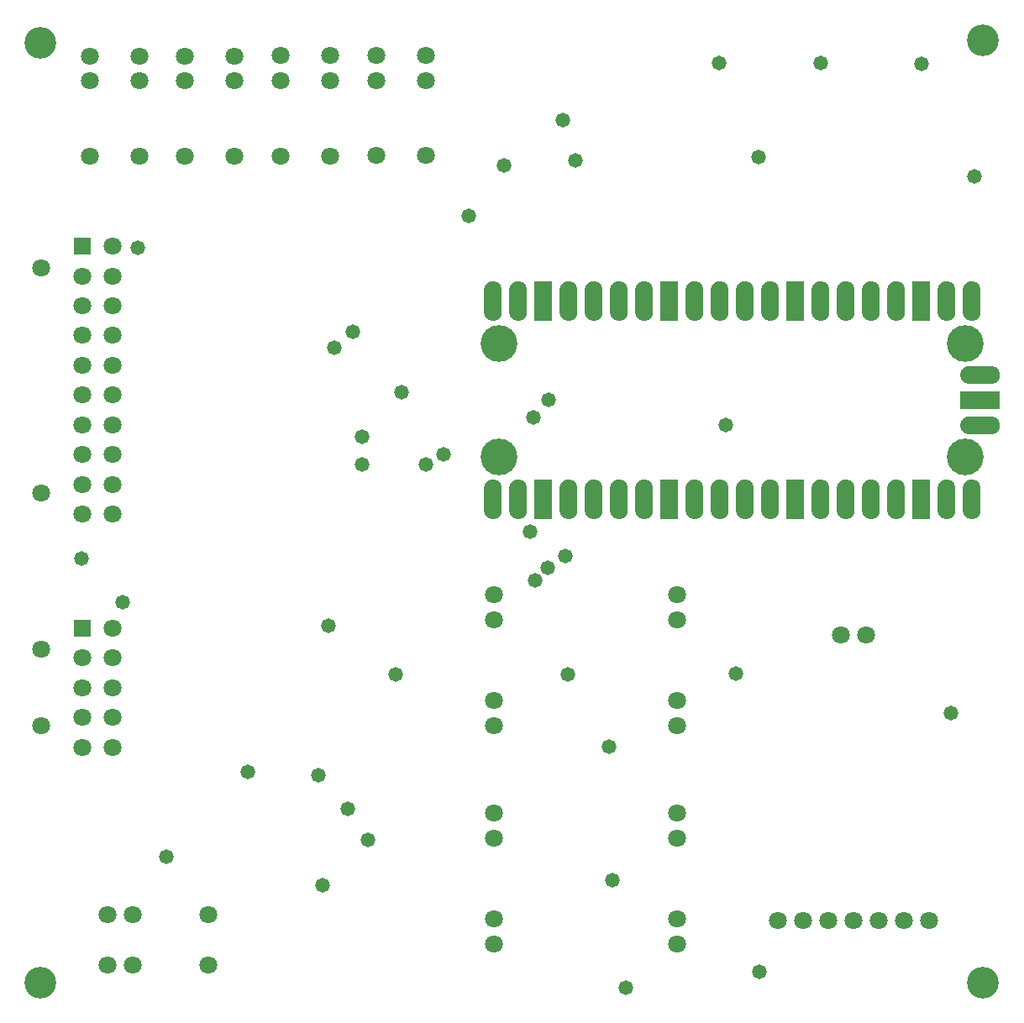
<source format=gbr>
G04*
G04 #@! TF.GenerationSoftware,Altium Limited,Altium Designer,23.4.1 (23)*
G04*
G04 Layer_Color=16711935*
%FSLAX44Y44*%
%MOMM*%
G71*
G04*
G04 #@! TF.SameCoordinates,D0D66092-9503-49CE-A8E5-9A8E55B049E1*
G04*
G04*
G04 #@! TF.FilePolarity,Negative*
G04*
G01*
G75*
%ADD46C,1.8032*%
%ADD47R,1.8032X1.8032*%
%ADD48C,3.7032*%
%ADD49C,1.4732*%
%ADD50C,3.2032*%
G36*
X964457Y732410D02*
X965497Y732273D01*
X965628Y732247D01*
X966640Y731975D01*
X966767Y731932D01*
X967736Y731531D01*
X967855Y731472D01*
X967855Y731472D01*
X968763Y730948D01*
X968874Y730874D01*
X969706Y730235D01*
X969806Y730148D01*
X970547Y729406D01*
X970635Y729306D01*
X971274Y728474D01*
X971348Y728363D01*
X971872Y727455D01*
X971931Y727336D01*
X972332Y726367D01*
X972375Y726241D01*
X972646Y725228D01*
X972646Y725228D01*
X972673Y725097D01*
X972809Y724057D01*
X972818Y723924D01*
Y723924D01*
Y723924D01*
Y723400D01*
X972818Y701400D01*
Y700876D01*
X972809Y700743D01*
X972673Y699703D01*
Y699703D01*
X972646Y699573D01*
X972375Y698559D01*
X972332Y698433D01*
X971931Y697465D01*
X971872Y697345D01*
X971348Y696437D01*
X971274Y696326D01*
X971274Y696326D01*
X970635Y695494D01*
X970547Y695394D01*
X969806Y694652D01*
X969706Y694565D01*
X968874Y693926D01*
X968763Y693852D01*
X967855Y693328D01*
X967736Y693269D01*
X966767Y692868D01*
X966640Y692825D01*
X966640Y692825D01*
X965628Y692553D01*
X965628Y692553D01*
X965497Y692527D01*
X964457Y692391D01*
X964457Y692391D01*
X964324Y692382D01*
X963800Y692382D01*
X963276Y692382D01*
X963276D01*
X963276D01*
X963143Y692391D01*
X962103Y692527D01*
X961972Y692553D01*
X960959Y692825D01*
X960833Y692868D01*
X959865Y693269D01*
X959745Y693328D01*
X959745Y693328D01*
X958837Y693852D01*
X958726Y693926D01*
X957894Y694565D01*
X957794Y694652D01*
X957052Y695394D01*
X956965Y695494D01*
X956326Y696326D01*
X956252Y696437D01*
X955728Y697345D01*
X955669Y697465D01*
X955268Y698433D01*
X955225Y698559D01*
X954953Y699572D01*
X954953Y699572D01*
X954927Y699703D01*
X954790Y700743D01*
X954782Y700876D01*
Y700876D01*
Y700876D01*
Y701400D01*
Y723400D01*
Y723924D01*
D01*
Y723924D01*
X954790Y724057D01*
X954927Y725097D01*
X954953Y725228D01*
X955225Y726241D01*
X955268Y726367D01*
X955669Y727336D01*
X955728Y727455D01*
X955728Y727455D01*
X956252Y728363D01*
X956326Y728474D01*
X956965Y729306D01*
X957052Y729406D01*
X957794Y730148D01*
X957894Y730235D01*
X958726Y730874D01*
X958837Y730948D01*
X959745Y731472D01*
X959864Y731531D01*
X960833Y731932D01*
X960959Y731975D01*
X961972Y732247D01*
X961972Y732247D01*
X962103Y732273D01*
X963143Y732410D01*
X963276Y732418D01*
X963276D01*
X963276D01*
X964324D01*
X964324D01*
D01*
X964457Y732410D01*
D02*
G37*
G36*
X939057D02*
X940097Y732273D01*
X940228Y732247D01*
X941240Y731975D01*
X941367Y731932D01*
X942336Y731531D01*
X942455Y731472D01*
X942455Y731472D01*
X943363Y730948D01*
X943474Y730874D01*
X944306Y730235D01*
X944406Y730148D01*
X945147Y729406D01*
X945235Y729306D01*
X945874Y728474D01*
X945948Y728363D01*
X946472Y727455D01*
X946531Y727336D01*
X946932Y726367D01*
X946975Y726241D01*
X947246Y725228D01*
X947246Y725228D01*
X947272Y725097D01*
X947409Y724057D01*
X947418Y723924D01*
Y723924D01*
Y723924D01*
Y723400D01*
X947418Y701400D01*
Y700876D01*
X947409Y700743D01*
X947272Y699703D01*
Y699703D01*
X947246Y699573D01*
X946975Y698559D01*
X946932Y698433D01*
X946531Y697465D01*
X946472Y697345D01*
X945948Y696437D01*
X945874Y696326D01*
X945874Y696326D01*
X945235Y695494D01*
X945147Y695394D01*
X944406Y694652D01*
X944306Y694565D01*
X943474Y693926D01*
X943363Y693852D01*
X942455Y693328D01*
X942336Y693269D01*
X941367Y692868D01*
X941240Y692825D01*
X941240Y692825D01*
X940228Y692553D01*
X940228Y692553D01*
X940097Y692527D01*
X939057Y692391D01*
X939057Y692391D01*
X938924Y692382D01*
X938400Y692382D01*
X937876Y692382D01*
X937876D01*
X937876D01*
X937743Y692391D01*
X936703Y692527D01*
X936572Y692553D01*
X935559Y692825D01*
X935433Y692868D01*
X934464Y693269D01*
X934345Y693328D01*
X934345Y693328D01*
X933437Y693852D01*
X933326Y693926D01*
X932494Y694565D01*
X932394Y694652D01*
X931652Y695394D01*
X931565Y695494D01*
X930926Y696326D01*
X930852Y696437D01*
X930328Y697345D01*
X930269Y697465D01*
X929868Y698433D01*
X929825Y698559D01*
X929553Y699572D01*
X929553Y699572D01*
X929527Y699703D01*
X929390Y700743D01*
X929382Y700876D01*
Y700876D01*
Y700876D01*
Y701400D01*
Y723400D01*
Y723924D01*
D01*
Y723924D01*
X929390Y724057D01*
X929527Y725097D01*
X929553Y725228D01*
X929825Y726241D01*
X929868Y726367D01*
X930269Y727336D01*
X930328Y727455D01*
X930328Y727455D01*
X930852Y728363D01*
X930926Y728474D01*
X931565Y729306D01*
X931652Y729406D01*
X932394Y730148D01*
X932494Y730235D01*
X933326Y730874D01*
X933437Y730948D01*
X934345Y731472D01*
X934464Y731531D01*
X935433Y731932D01*
X935559Y731975D01*
X936572Y732247D01*
X936572Y732247D01*
X936703Y732273D01*
X937743Y732410D01*
X937876Y732418D01*
X937876D01*
X937876D01*
X938924D01*
X938924D01*
D01*
X939057Y732410D01*
D02*
G37*
G36*
X888257D02*
X889297Y732273D01*
X889427Y732247D01*
X890441Y731975D01*
X890567Y731932D01*
X891535Y731531D01*
X891655Y731472D01*
X891655Y731472D01*
X892563Y730948D01*
X892674Y730874D01*
X893506Y730235D01*
X893606Y730148D01*
X894348Y729406D01*
X894435Y729306D01*
X895074Y728474D01*
X895148Y728363D01*
X895672Y727455D01*
X895731Y727336D01*
X896132Y726367D01*
X896175Y726241D01*
X896447Y725228D01*
X896447Y725228D01*
X896472Y725097D01*
X896609Y724057D01*
X896618Y723924D01*
Y723924D01*
Y723924D01*
Y723400D01*
X896618Y701400D01*
Y700876D01*
X896609Y700743D01*
X896472Y699703D01*
Y699703D01*
X896447Y699573D01*
X896175Y698559D01*
X896132Y698433D01*
X895731Y697465D01*
X895672Y697345D01*
X895148Y696437D01*
X895074Y696326D01*
X895074Y696326D01*
X894435Y695494D01*
X894348Y695394D01*
X893606Y694652D01*
X893506Y694565D01*
X892674Y693926D01*
X892563Y693852D01*
X891655Y693328D01*
X891535Y693269D01*
X890567Y692868D01*
X890441Y692825D01*
X890440Y692825D01*
X889428Y692553D01*
X889427Y692553D01*
X889297Y692527D01*
X888257Y692391D01*
X888257Y692391D01*
X888124Y692382D01*
X887600Y692382D01*
X887076Y692382D01*
X887076D01*
X887076D01*
X886943Y692391D01*
X885903Y692527D01*
X885772Y692553D01*
X884759Y692825D01*
X884633Y692868D01*
X883664Y693269D01*
X883545Y693328D01*
X883545Y693328D01*
X882637Y693852D01*
X882526Y693926D01*
X881694Y694565D01*
X881594Y694652D01*
X880852Y695394D01*
X880765Y695494D01*
X880126Y696326D01*
X880052Y696437D01*
X879528Y697345D01*
X879469Y697465D01*
X879068Y698433D01*
X879025Y698559D01*
X878753Y699572D01*
X878753Y699572D01*
X878727Y699703D01*
X878590Y700743D01*
X878582Y700876D01*
Y700876D01*
Y700876D01*
Y701400D01*
Y723400D01*
Y723924D01*
D01*
Y723924D01*
X878590Y724057D01*
X878727Y725097D01*
X878753Y725228D01*
X879025Y726241D01*
X879068Y726367D01*
X879469Y727336D01*
X879528Y727455D01*
X879528Y727455D01*
X880052Y728363D01*
X880126Y728474D01*
X880765Y729306D01*
X880852Y729406D01*
X881594Y730148D01*
X881694Y730235D01*
X882526Y730874D01*
X882637Y730948D01*
X883545Y731472D01*
X883664Y731531D01*
X884633Y731932D01*
X884759Y731975D01*
X885772Y732247D01*
X885772Y732247D01*
X885903Y732273D01*
X886943Y732410D01*
X887076Y732418D01*
X887076D01*
X887076D01*
X888124D01*
X888124D01*
D01*
X888257Y732410D01*
D02*
G37*
G36*
X862857D02*
X863897Y732273D01*
X864027Y732247D01*
X865041Y731975D01*
X865167Y731932D01*
X866135Y731531D01*
X866255Y731472D01*
X866255Y731472D01*
X867163Y730948D01*
X867274Y730874D01*
X868106Y730235D01*
X868206Y730148D01*
X868948Y729406D01*
X869035Y729306D01*
X869674Y728474D01*
X869748Y728363D01*
X870272Y727455D01*
X870331Y727336D01*
X870732Y726367D01*
X870775Y726241D01*
X871047Y725228D01*
X871047Y725228D01*
X871072Y725097D01*
X871209Y724057D01*
X871218Y723924D01*
Y723924D01*
Y723924D01*
Y723400D01*
X871218Y701400D01*
Y700876D01*
X871209Y700743D01*
X871072Y699703D01*
Y699703D01*
X871047Y699573D01*
X870775Y698559D01*
X870732Y698433D01*
X870331Y697465D01*
X870272Y697345D01*
X869748Y696437D01*
X869674Y696326D01*
X869674Y696326D01*
X869035Y695494D01*
X868948Y695394D01*
X868206Y694652D01*
X868106Y694565D01*
X867274Y693926D01*
X867163Y693852D01*
X866255Y693328D01*
X866135Y693269D01*
X865167Y692868D01*
X865041Y692825D01*
X865040Y692825D01*
X864028Y692553D01*
X864027Y692553D01*
X863897Y692527D01*
X862857Y692391D01*
X862857Y692391D01*
X862724Y692382D01*
X862200Y692382D01*
X861676Y692382D01*
X861676D01*
X861676D01*
X861543Y692391D01*
X860503Y692527D01*
X860372Y692553D01*
X859359Y692825D01*
X859233Y692868D01*
X858264Y693269D01*
X858145Y693328D01*
X858145Y693328D01*
X857237Y693852D01*
X857126Y693926D01*
X856294Y694565D01*
X856194Y694652D01*
X855452Y695394D01*
X855365Y695494D01*
X854726Y696326D01*
X854652Y696437D01*
X854128Y697345D01*
X854069Y697465D01*
X853668Y698433D01*
X853625Y698559D01*
X853353Y699572D01*
X853353Y699572D01*
X853327Y699703D01*
X853191Y700743D01*
X853182Y700876D01*
Y700876D01*
Y700876D01*
Y701400D01*
Y723400D01*
Y723924D01*
D01*
Y723924D01*
X853191Y724057D01*
X853327Y725097D01*
X853353Y725228D01*
X853625Y726241D01*
X853668Y726367D01*
X854069Y727336D01*
X854128Y727455D01*
X854128Y727455D01*
X854652Y728363D01*
X854726Y728474D01*
X855365Y729306D01*
X855452Y729406D01*
X856194Y730148D01*
X856294Y730235D01*
X857126Y730874D01*
X857237Y730948D01*
X858145Y731472D01*
X858264Y731531D01*
X859233Y731932D01*
X859359Y731975D01*
X860372Y732247D01*
X860372Y732247D01*
X860503Y732273D01*
X861543Y732410D01*
X861676Y732418D01*
X861676D01*
X861676D01*
X862724D01*
X862724D01*
D01*
X862857Y732410D01*
D02*
G37*
G36*
X837457D02*
X838497Y732273D01*
X838627Y732247D01*
X839641Y731975D01*
X839767Y731932D01*
X840735Y731531D01*
X840855Y731472D01*
X840855Y731472D01*
X841763Y730948D01*
X841874Y730874D01*
X842706Y730235D01*
X842806Y730148D01*
X843548Y729406D01*
X843635Y729306D01*
X844274Y728474D01*
X844348Y728363D01*
X844872Y727455D01*
X844931Y727336D01*
X845332Y726367D01*
X845375Y726241D01*
X845647Y725228D01*
X845647Y725228D01*
X845673Y725097D01*
X845809Y724057D01*
X845818Y723924D01*
Y723924D01*
Y723924D01*
Y723400D01*
X845818Y701400D01*
Y700876D01*
X845809Y700743D01*
X845673Y699703D01*
Y699703D01*
X845647Y699573D01*
X845375Y698559D01*
X845332Y698433D01*
X844931Y697465D01*
X844872Y697345D01*
X844348Y696437D01*
X844274Y696326D01*
X844274Y696326D01*
X843635Y695494D01*
X843548Y695394D01*
X842806Y694652D01*
X842706Y694565D01*
X841874Y693926D01*
X841763Y693852D01*
X840855Y693328D01*
X840735Y693269D01*
X839767Y692868D01*
X839641Y692825D01*
X839640Y692825D01*
X838628Y692553D01*
X838627Y692553D01*
X838497Y692527D01*
X837457Y692391D01*
X837457Y692391D01*
X837324Y692382D01*
X836800Y692382D01*
X836276Y692382D01*
X836276D01*
X836276D01*
X836143Y692391D01*
X835103Y692527D01*
X834972Y692553D01*
X833959Y692825D01*
X833833Y692868D01*
X832865Y693269D01*
X832745Y693328D01*
X832745Y693328D01*
X831837Y693852D01*
X831726Y693926D01*
X830894Y694565D01*
X830794Y694652D01*
X830052Y695394D01*
X829965Y695494D01*
X829326Y696326D01*
X829252Y696437D01*
X828728Y697345D01*
X828669Y697465D01*
X828268Y698433D01*
X828225Y698559D01*
X827953Y699572D01*
X827953Y699572D01*
X827927Y699703D01*
X827791Y700743D01*
X827782Y700876D01*
Y700876D01*
Y700876D01*
Y701400D01*
Y723400D01*
Y723924D01*
D01*
Y723924D01*
X827791Y724057D01*
X827927Y725097D01*
X827953Y725228D01*
X828225Y726241D01*
X828268Y726367D01*
X828669Y727336D01*
X828728Y727455D01*
X828728Y727455D01*
X829252Y728363D01*
X829326Y728474D01*
X829965Y729306D01*
X830052Y729406D01*
X830794Y730148D01*
X830894Y730235D01*
X831726Y730874D01*
X831837Y730948D01*
X832745Y731472D01*
X832864Y731531D01*
X833833Y731932D01*
X833959Y731975D01*
X834972Y732247D01*
X834972Y732247D01*
X835103Y732273D01*
X836143Y732410D01*
X836276Y732418D01*
X836276D01*
X836276D01*
X837324D01*
X837324D01*
D01*
X837457Y732410D01*
D02*
G37*
G36*
X812057D02*
X813097Y732273D01*
X813227Y732247D01*
X814240Y731975D01*
X814367Y731932D01*
X815335Y731531D01*
X815455Y731472D01*
X815455Y731472D01*
X816363Y730948D01*
X816474Y730874D01*
X817306Y730235D01*
X817406Y730148D01*
X818148Y729406D01*
X818235Y729306D01*
X818874Y728474D01*
X818948Y728363D01*
X819472Y727455D01*
X819531Y727336D01*
X819932Y726367D01*
X819975Y726241D01*
X820247Y725228D01*
X820247Y725228D01*
X820273Y725097D01*
X820409Y724057D01*
X820418Y723924D01*
Y723924D01*
Y723924D01*
Y723400D01*
X820418Y701400D01*
Y700876D01*
X820409Y700743D01*
X820273Y699703D01*
Y699703D01*
X820247Y699573D01*
X819975Y698559D01*
X819932Y698433D01*
X819531Y697465D01*
X819472Y697345D01*
X818948Y696437D01*
X818874Y696326D01*
X818874Y696326D01*
X818235Y695494D01*
X818148Y695394D01*
X817406Y694652D01*
X817306Y694565D01*
X816474Y693926D01*
X816363Y693852D01*
X815455Y693328D01*
X815335Y693269D01*
X814367Y692868D01*
X814240Y692825D01*
X814240Y692825D01*
X813228Y692553D01*
X813227Y692553D01*
X813097Y692527D01*
X812057Y692391D01*
X812057Y692391D01*
X811924Y692382D01*
X811400Y692382D01*
X810876Y692382D01*
X810876D01*
X810876D01*
X810743Y692391D01*
X809703Y692527D01*
X809572Y692553D01*
X808559Y692825D01*
X808433Y692868D01*
X807465Y693269D01*
X807345Y693328D01*
X807345Y693328D01*
X806437Y693852D01*
X806326Y693926D01*
X805494Y694565D01*
X805394Y694652D01*
X804652Y695394D01*
X804565Y695494D01*
X803926Y696326D01*
X803852Y696437D01*
X803328Y697345D01*
X803269Y697465D01*
X802868Y698433D01*
X802825Y698559D01*
X802553Y699572D01*
X802553Y699572D01*
X802527Y699703D01*
X802391Y700743D01*
X802382Y700876D01*
Y700876D01*
Y700876D01*
Y701400D01*
Y723400D01*
Y723924D01*
D01*
Y723924D01*
X802391Y724057D01*
X802527Y725097D01*
X802553Y725228D01*
X802825Y726241D01*
X802868Y726367D01*
X803269Y727336D01*
X803328Y727455D01*
X803328Y727455D01*
X803852Y728363D01*
X803926Y728474D01*
X804565Y729306D01*
X804652Y729406D01*
X805394Y730148D01*
X805494Y730235D01*
X806326Y730874D01*
X806437Y730948D01*
X807345Y731472D01*
X807464Y731531D01*
X808433Y731932D01*
X808559Y731975D01*
X809572Y732247D01*
X809572Y732247D01*
X809703Y732273D01*
X810743Y732410D01*
X810876Y732418D01*
X810876D01*
X810876D01*
X811924D01*
X811924D01*
D01*
X812057Y732410D01*
D02*
G37*
G36*
X761257D02*
X762297Y732273D01*
X762428Y732247D01*
X763440Y731975D01*
X763567Y731932D01*
X764536Y731531D01*
X764655Y731472D01*
X764655Y731472D01*
X765563Y730948D01*
X765674Y730874D01*
X766506Y730235D01*
X766606Y730148D01*
X767347Y729406D01*
X767435Y729306D01*
X768074Y728474D01*
X768148Y728363D01*
X768672Y727455D01*
X768731Y727336D01*
X769132Y726367D01*
X769175Y726241D01*
X769446Y725228D01*
X769446Y725228D01*
X769473Y725097D01*
X769609Y724057D01*
X769618Y723924D01*
Y723924D01*
Y723924D01*
Y723400D01*
X769618Y701400D01*
Y700876D01*
X769609Y700743D01*
X769473Y699703D01*
Y699703D01*
X769446Y699573D01*
X769175Y698559D01*
X769132Y698433D01*
X768731Y697465D01*
X768672Y697345D01*
X768148Y696437D01*
X768074Y696326D01*
X768074Y696326D01*
X767435Y695494D01*
X767347Y695394D01*
X766606Y694652D01*
X766506Y694565D01*
X765674Y693926D01*
X765563Y693852D01*
X764655Y693328D01*
X764536Y693269D01*
X763567Y692868D01*
X763440Y692825D01*
X763440Y692825D01*
X762428Y692553D01*
X762428Y692553D01*
X762297Y692527D01*
X761257Y692391D01*
X761257Y692391D01*
X761124Y692382D01*
X760600Y692382D01*
X760076Y692382D01*
X760076D01*
X760076D01*
X759943Y692391D01*
X758903Y692527D01*
X758772Y692553D01*
X757759Y692825D01*
X757633Y692868D01*
X756665Y693269D01*
X756545Y693328D01*
X756545Y693328D01*
X755637Y693852D01*
X755526Y693926D01*
X754694Y694565D01*
X754594Y694652D01*
X753852Y695394D01*
X753765Y695494D01*
X753126Y696326D01*
X753052Y696437D01*
X752528Y697345D01*
X752469Y697465D01*
X752068Y698433D01*
X752025Y698559D01*
X751753Y699572D01*
X751753Y699572D01*
X751727Y699703D01*
X751590Y700743D01*
X751582Y700876D01*
Y700876D01*
Y700876D01*
Y701400D01*
Y723400D01*
Y723924D01*
D01*
Y723924D01*
X751590Y724057D01*
X751727Y725097D01*
X751753Y725228D01*
X752025Y726241D01*
X752068Y726367D01*
X752469Y727336D01*
X752528Y727455D01*
X752528Y727455D01*
X753052Y728363D01*
X753126Y728474D01*
X753765Y729306D01*
X753852Y729406D01*
X754594Y730148D01*
X754694Y730235D01*
X755526Y730874D01*
X755637Y730948D01*
X756545Y731472D01*
X756664Y731531D01*
X757633Y731932D01*
X757759Y731975D01*
X758772Y732247D01*
X758772Y732247D01*
X758903Y732273D01*
X759943Y732410D01*
X760076Y732418D01*
X760076D01*
X760076D01*
X761124D01*
X761124D01*
D01*
X761257Y732410D01*
D02*
G37*
G36*
X735857D02*
X736897Y732273D01*
X737028Y732247D01*
X738040Y731975D01*
X738167Y731932D01*
X739136Y731531D01*
X739255Y731472D01*
X739255Y731472D01*
X740163Y730948D01*
X740274Y730874D01*
X741106Y730235D01*
X741206Y730148D01*
X741947Y729406D01*
X742035Y729306D01*
X742674Y728474D01*
X742748Y728363D01*
X743272Y727455D01*
X743331Y727336D01*
X743732Y726367D01*
X743775Y726241D01*
X744046Y725228D01*
X744046Y725228D01*
X744072Y725097D01*
X744209Y724057D01*
X744218Y723924D01*
Y723924D01*
Y723924D01*
Y723400D01*
X744218Y701400D01*
Y700876D01*
X744209Y700743D01*
X744072Y699703D01*
Y699703D01*
X744046Y699573D01*
X743775Y698559D01*
X743732Y698433D01*
X743331Y697465D01*
X743272Y697345D01*
X742748Y696437D01*
X742674Y696326D01*
X742674Y696326D01*
X742035Y695494D01*
X741947Y695394D01*
X741206Y694652D01*
X741106Y694565D01*
X740274Y693926D01*
X740163Y693852D01*
X739255Y693328D01*
X739136Y693269D01*
X738167Y692868D01*
X738040Y692825D01*
X738040Y692825D01*
X737028Y692553D01*
X737028Y692553D01*
X736897Y692527D01*
X735857Y692391D01*
X735857Y692391D01*
X735724Y692382D01*
X735200Y692382D01*
X734676Y692382D01*
X734676D01*
X734676D01*
X734543Y692391D01*
X733503Y692527D01*
X733372Y692553D01*
X732359Y692825D01*
X732233Y692868D01*
X731264Y693269D01*
X731145Y693328D01*
X731145Y693328D01*
X730237Y693852D01*
X730126Y693926D01*
X729294Y694565D01*
X729194Y694652D01*
X728452Y695394D01*
X728365Y695494D01*
X727726Y696326D01*
X727652Y696437D01*
X727128Y697345D01*
X727069Y697465D01*
X726668Y698433D01*
X726625Y698559D01*
X726353Y699572D01*
X726353Y699572D01*
X726327Y699703D01*
X726190Y700743D01*
X726182Y700876D01*
Y700876D01*
Y700876D01*
Y701400D01*
Y723400D01*
Y723924D01*
D01*
Y723924D01*
X726190Y724057D01*
X726327Y725097D01*
X726353Y725228D01*
X726625Y726241D01*
X726668Y726367D01*
X727069Y727336D01*
X727128Y727455D01*
X727128Y727455D01*
X727652Y728363D01*
X727726Y728474D01*
X728365Y729306D01*
X728452Y729406D01*
X729194Y730148D01*
X729294Y730235D01*
X730126Y730874D01*
X730237Y730948D01*
X731145Y731472D01*
X731264Y731531D01*
X732233Y731932D01*
X732359Y731975D01*
X733372Y732247D01*
X733372Y732247D01*
X733503Y732273D01*
X734543Y732410D01*
X734676Y732418D01*
X734676D01*
X734676D01*
X735724D01*
X735724D01*
D01*
X735857Y732410D01*
D02*
G37*
G36*
X710457D02*
X711497Y732273D01*
X711628Y732247D01*
X712641Y731975D01*
X712767Y731932D01*
X713736Y731531D01*
X713855Y731472D01*
X713855Y731472D01*
X714763Y730948D01*
X714874Y730874D01*
X715706Y730235D01*
X715806Y730148D01*
X716547Y729406D01*
X716635Y729306D01*
X717274Y728474D01*
X717348Y728363D01*
X717872Y727455D01*
X717931Y727336D01*
X718332Y726367D01*
X718375Y726241D01*
X718646Y725228D01*
X718646Y725228D01*
X718672Y725097D01*
X718809Y724057D01*
X718818Y723924D01*
Y723924D01*
Y723924D01*
Y723400D01*
X718818Y701400D01*
Y700876D01*
X718809Y700743D01*
X718672Y699703D01*
Y699703D01*
X718646Y699573D01*
X718375Y698559D01*
X718332Y698433D01*
X717931Y697465D01*
X717872Y697345D01*
X717348Y696437D01*
X717274Y696326D01*
X717274Y696326D01*
X716635Y695494D01*
X716547Y695394D01*
X715806Y694652D01*
X715706Y694565D01*
X714874Y693926D01*
X714763Y693852D01*
X713855Y693328D01*
X713736Y693269D01*
X712767Y692868D01*
X712641Y692825D01*
X712640Y692825D01*
X711628Y692553D01*
X711628Y692553D01*
X711497Y692527D01*
X710457Y692391D01*
X710457Y692391D01*
X710324Y692382D01*
X709800Y692382D01*
X709276Y692382D01*
X709276D01*
X709276D01*
X709143Y692391D01*
X708103Y692527D01*
X707972Y692553D01*
X706959Y692825D01*
X706833Y692868D01*
X705864Y693269D01*
X705745Y693328D01*
X705745Y693328D01*
X704837Y693852D01*
X704726Y693926D01*
X703894Y694565D01*
X703794Y694652D01*
X703052Y695394D01*
X702965Y695494D01*
X702326Y696326D01*
X702252Y696437D01*
X701728Y697345D01*
X701669Y697465D01*
X701268Y698433D01*
X701225Y698559D01*
X700953Y699572D01*
X700953Y699572D01*
X700927Y699703D01*
X700790Y700743D01*
X700782Y700876D01*
Y700876D01*
Y700876D01*
Y701400D01*
Y723400D01*
Y723924D01*
D01*
Y723924D01*
X700790Y724057D01*
X700927Y725097D01*
X700953Y725228D01*
X701225Y726241D01*
X701268Y726367D01*
X701669Y727336D01*
X701728Y727455D01*
X701728Y727455D01*
X702252Y728363D01*
X702326Y728474D01*
X702965Y729306D01*
X703052Y729406D01*
X703794Y730148D01*
X703894Y730235D01*
X704726Y730874D01*
X704837Y730948D01*
X705745Y731472D01*
X705864Y731531D01*
X706833Y731932D01*
X706959Y731975D01*
X707972Y732247D01*
X707972Y732247D01*
X708103Y732273D01*
X709143Y732410D01*
X709276Y732418D01*
X709276D01*
X709276D01*
X710324D01*
X710324D01*
D01*
X710457Y732410D01*
D02*
G37*
G36*
X685057D02*
X686097Y732273D01*
X686227Y732247D01*
X687241Y731975D01*
X687367Y731932D01*
X688335Y731531D01*
X688455Y731472D01*
X688455Y731472D01*
X689363Y730948D01*
X689474Y730874D01*
X690306Y730235D01*
X690406Y730148D01*
X691148Y729406D01*
X691235Y729306D01*
X691874Y728474D01*
X691948Y728363D01*
X692472Y727455D01*
X692531Y727336D01*
X692932Y726367D01*
X692975Y726241D01*
X693247Y725228D01*
X693247Y725228D01*
X693272Y725097D01*
X693409Y724057D01*
X693418Y723924D01*
Y723924D01*
Y723924D01*
Y723400D01*
X693418Y701400D01*
Y700876D01*
X693409Y700743D01*
X693272Y699703D01*
Y699703D01*
X693247Y699573D01*
X692975Y698559D01*
X692932Y698433D01*
X692531Y697465D01*
X692472Y697345D01*
X691948Y696437D01*
X691874Y696326D01*
X691874Y696326D01*
X691235Y695494D01*
X691148Y695394D01*
X690406Y694652D01*
X690306Y694565D01*
X689474Y693926D01*
X689363Y693852D01*
X688455Y693328D01*
X688335Y693269D01*
X687367Y692868D01*
X687241Y692825D01*
X687240Y692825D01*
X686228Y692553D01*
X686227Y692553D01*
X686097Y692527D01*
X685057Y692391D01*
X685057Y692391D01*
X684924Y692382D01*
X684400Y692382D01*
X683876Y692382D01*
X683876D01*
X683876D01*
X683743Y692391D01*
X682703Y692527D01*
X682572Y692553D01*
X681559Y692825D01*
X681433Y692868D01*
X680464Y693269D01*
X680345Y693328D01*
X680345Y693328D01*
X679437Y693852D01*
X679326Y693926D01*
X678494Y694565D01*
X678394Y694652D01*
X677652Y695394D01*
X677565Y695494D01*
X676926Y696326D01*
X676852Y696437D01*
X676328Y697345D01*
X676269Y697465D01*
X675868Y698433D01*
X675825Y698559D01*
X675553Y699572D01*
X675553Y699572D01*
X675527Y699703D01*
X675390Y700743D01*
X675382Y700876D01*
Y700876D01*
Y700876D01*
Y701400D01*
Y723400D01*
Y723924D01*
D01*
Y723924D01*
X675390Y724057D01*
X675527Y725097D01*
X675553Y725228D01*
X675825Y726241D01*
X675868Y726367D01*
X676269Y727336D01*
X676328Y727455D01*
X676328Y727455D01*
X676852Y728363D01*
X676926Y728474D01*
X677565Y729306D01*
X677652Y729406D01*
X678394Y730148D01*
X678494Y730235D01*
X679326Y730874D01*
X679437Y730948D01*
X680345Y731472D01*
X680464Y731531D01*
X681433Y731932D01*
X681559Y731975D01*
X682572Y732247D01*
X682572Y732247D01*
X682703Y732273D01*
X683743Y732410D01*
X683876Y732418D01*
X683876D01*
X683876D01*
X684924D01*
X684924D01*
D01*
X685057Y732410D01*
D02*
G37*
G36*
X634257D02*
X635297Y732273D01*
X635428Y732247D01*
X636441Y731975D01*
X636567Y731932D01*
X637536Y731531D01*
X637655Y731472D01*
X637655Y731472D01*
X638563Y730948D01*
X638674Y730874D01*
X639506Y730235D01*
X639606Y730148D01*
X640348Y729406D01*
X640435Y729306D01*
X641074Y728474D01*
X641148Y728363D01*
X641672Y727455D01*
X641731Y727336D01*
X642132Y726367D01*
X642175Y726241D01*
X642447Y725228D01*
X642447Y725228D01*
X642473Y725097D01*
X642609Y724057D01*
X642618Y723924D01*
Y723924D01*
Y723924D01*
Y723400D01*
X642618Y701400D01*
Y700876D01*
X642609Y700743D01*
X642473Y699703D01*
Y699703D01*
X642447Y699573D01*
X642175Y698559D01*
X642132Y698433D01*
X641731Y697465D01*
X641672Y697345D01*
X641148Y696437D01*
X641074Y696326D01*
X641074Y696326D01*
X640435Y695494D01*
X640348Y695394D01*
X639606Y694652D01*
X639506Y694565D01*
X638674Y693926D01*
X638563Y693852D01*
X637655Y693328D01*
X637536Y693269D01*
X636567Y692868D01*
X636441Y692825D01*
X636440Y692825D01*
X635428Y692553D01*
X635428Y692553D01*
X635297Y692527D01*
X634257Y692391D01*
X634257Y692391D01*
X634124Y692382D01*
X633600Y692382D01*
X633076Y692382D01*
X633076D01*
X633076D01*
X632943Y692391D01*
X631903Y692527D01*
X631772Y692553D01*
X630759Y692825D01*
X630633Y692868D01*
X629664Y693269D01*
X629545Y693328D01*
X629545Y693328D01*
X628637Y693852D01*
X628526Y693926D01*
X627694Y694565D01*
X627594Y694652D01*
X626852Y695394D01*
X626765Y695494D01*
X626126Y696326D01*
X626052Y696437D01*
X625528Y697345D01*
X625469Y697465D01*
X625068Y698433D01*
X625025Y698559D01*
X624753Y699572D01*
X624753Y699572D01*
X624727Y699703D01*
X624590Y700743D01*
X624582Y700876D01*
Y700876D01*
Y700876D01*
Y701400D01*
Y723400D01*
Y723924D01*
D01*
Y723924D01*
X624590Y724057D01*
X624727Y725097D01*
X624753Y725228D01*
X625025Y726241D01*
X625068Y726367D01*
X625469Y727336D01*
X625528Y727455D01*
X625528Y727455D01*
X626052Y728363D01*
X626126Y728474D01*
X626765Y729306D01*
X626852Y729406D01*
X627594Y730148D01*
X627694Y730235D01*
X628526Y730874D01*
X628637Y730948D01*
X629545Y731472D01*
X629664Y731531D01*
X630633Y731932D01*
X630759Y731975D01*
X631772Y732247D01*
X631772Y732247D01*
X631903Y732273D01*
X632943Y732410D01*
X633076Y732418D01*
X633076D01*
X633076D01*
X634124D01*
X634124D01*
D01*
X634257Y732410D01*
D02*
G37*
G36*
X608857D02*
X609897Y732273D01*
X610028Y732247D01*
X611040Y731975D01*
X611167Y731932D01*
X612136Y731531D01*
X612255Y731472D01*
X612255Y731472D01*
X613163Y730948D01*
X613274Y730874D01*
X614106Y730235D01*
X614206Y730148D01*
X614948Y729406D01*
X615035Y729306D01*
X615674Y728474D01*
X615748Y728363D01*
X616272Y727455D01*
X616331Y727336D01*
X616732Y726367D01*
X616775Y726241D01*
X617047Y725228D01*
X617047Y725228D01*
X617072Y725097D01*
X617209Y724057D01*
X617218Y723924D01*
Y723924D01*
Y723924D01*
Y723400D01*
X617218Y701400D01*
Y700876D01*
X617209Y700743D01*
X617072Y699703D01*
Y699703D01*
X617047Y699573D01*
X616775Y698559D01*
X616732Y698433D01*
X616331Y697465D01*
X616272Y697345D01*
X615748Y696437D01*
X615674Y696326D01*
X615674Y696326D01*
X615035Y695494D01*
X614948Y695394D01*
X614206Y694652D01*
X614106Y694565D01*
X613274Y693926D01*
X613163Y693852D01*
X612255Y693328D01*
X612136Y693269D01*
X611167Y692868D01*
X611040Y692825D01*
X611040Y692825D01*
X610028Y692553D01*
X610028Y692553D01*
X609897Y692527D01*
X608857Y692391D01*
X608857Y692391D01*
X608724Y692382D01*
X608200Y692382D01*
X607676Y692382D01*
X607676D01*
X607676D01*
X607543Y692391D01*
X606503Y692527D01*
X606372Y692553D01*
X605359Y692825D01*
X605233Y692868D01*
X604264Y693269D01*
X604145Y693328D01*
X604145Y693328D01*
X603237Y693852D01*
X603126Y693926D01*
X602294Y694565D01*
X602194Y694652D01*
X601452Y695394D01*
X601365Y695494D01*
X600726Y696326D01*
X600652Y696437D01*
X600128Y697345D01*
X600069Y697465D01*
X599668Y698433D01*
X599625Y698559D01*
X599353Y699572D01*
X599353Y699572D01*
X599327Y699703D01*
X599190Y700743D01*
X599182Y700876D01*
Y700876D01*
Y700876D01*
Y701400D01*
Y723400D01*
Y723924D01*
D01*
Y723924D01*
X599190Y724057D01*
X599327Y725097D01*
X599353Y725228D01*
X599625Y726241D01*
X599668Y726367D01*
X600069Y727336D01*
X600128Y727455D01*
X600128Y727455D01*
X600652Y728363D01*
X600726Y728474D01*
X601365Y729306D01*
X601452Y729406D01*
X602194Y730148D01*
X602294Y730235D01*
X603126Y730874D01*
X603237Y730948D01*
X604145Y731472D01*
X604264Y731531D01*
X605233Y731932D01*
X605359Y731975D01*
X606372Y732247D01*
X606372Y732247D01*
X606503Y732273D01*
X607543Y732410D01*
X607676Y732418D01*
X607676D01*
X607676D01*
X608724D01*
X608724D01*
D01*
X608857Y732410D01*
D02*
G37*
G36*
X583457D02*
X584497Y732273D01*
X584627Y732247D01*
X585640Y731975D01*
X585767Y731932D01*
X586735Y731531D01*
X586855Y731472D01*
X586855Y731472D01*
X587763Y730948D01*
X587874Y730874D01*
X588706Y730235D01*
X588806Y730148D01*
X589548Y729406D01*
X589635Y729306D01*
X590274Y728474D01*
X590348Y728363D01*
X590872Y727455D01*
X590931Y727336D01*
X591332Y726367D01*
X591375Y726241D01*
X591646Y725228D01*
X591646Y725228D01*
X591673Y725097D01*
X591809Y724057D01*
X591818Y723924D01*
Y723924D01*
Y723924D01*
Y723400D01*
X591818Y701400D01*
Y700876D01*
X591809Y700743D01*
X591673Y699703D01*
Y699703D01*
X591646Y699573D01*
X591375Y698559D01*
X591332Y698433D01*
X590931Y697465D01*
X590872Y697345D01*
X590348Y696437D01*
X590274Y696326D01*
X590274Y696326D01*
X589635Y695494D01*
X589548Y695394D01*
X588806Y694652D01*
X588706Y694565D01*
X587874Y693926D01*
X587763Y693852D01*
X586855Y693328D01*
X586735Y693269D01*
X585767Y692868D01*
X585640Y692825D01*
X585640Y692825D01*
X584628Y692553D01*
X584627Y692553D01*
X584497Y692527D01*
X583457Y692391D01*
X583457Y692391D01*
X583324Y692382D01*
X582800Y692382D01*
X582276Y692382D01*
X582276D01*
X582276D01*
X582143Y692391D01*
X581103Y692527D01*
X580972Y692553D01*
X579959Y692825D01*
X579833Y692868D01*
X578865Y693269D01*
X578745Y693328D01*
X578745Y693328D01*
X577837Y693852D01*
X577726Y693926D01*
X576894Y694565D01*
X576794Y694652D01*
X576052Y695394D01*
X575965Y695494D01*
X575326Y696326D01*
X575252Y696437D01*
X574728Y697345D01*
X574669Y697465D01*
X574268Y698433D01*
X574225Y698559D01*
X573953Y699572D01*
X573953Y699572D01*
X573927Y699703D01*
X573791Y700743D01*
X573782Y700876D01*
Y700876D01*
Y700876D01*
Y701400D01*
Y723400D01*
Y723924D01*
D01*
Y723924D01*
X573791Y724057D01*
X573927Y725097D01*
X573953Y725228D01*
X574225Y726241D01*
X574268Y726367D01*
X574669Y727336D01*
X574728Y727455D01*
X574728Y727455D01*
X575252Y728363D01*
X575326Y728474D01*
X575965Y729306D01*
X576052Y729406D01*
X576794Y730148D01*
X576894Y730235D01*
X577726Y730874D01*
X577837Y730948D01*
X578745Y731472D01*
X578864Y731531D01*
X579833Y731932D01*
X579959Y731975D01*
X580972Y732247D01*
X580972Y732247D01*
X581103Y732273D01*
X582143Y732410D01*
X582276Y732418D01*
X582276D01*
X582276D01*
X583324D01*
X583324D01*
D01*
X583457Y732410D01*
D02*
G37*
G36*
X558057D02*
X559097Y732273D01*
X559227Y732247D01*
X560241Y731975D01*
X560367Y731932D01*
X561335Y731531D01*
X561455Y731472D01*
X561455Y731472D01*
X562363Y730948D01*
X562474Y730874D01*
X563306Y730235D01*
X563406Y730148D01*
X564147Y729406D01*
X564235Y729306D01*
X564874Y728474D01*
X564948Y728363D01*
X565472Y727455D01*
X565531Y727336D01*
X565932Y726367D01*
X565975Y726241D01*
X566246Y725228D01*
X566246Y725228D01*
X566273Y725097D01*
X566409Y724057D01*
X566418Y723924D01*
Y723924D01*
Y723924D01*
Y723400D01*
X566418Y701400D01*
Y700876D01*
X566409Y700743D01*
X566273Y699703D01*
Y699703D01*
X566246Y699573D01*
X565975Y698559D01*
X565932Y698433D01*
X565531Y697465D01*
X565472Y697345D01*
X564948Y696437D01*
X564874Y696326D01*
X564874Y696326D01*
X564235Y695494D01*
X564147Y695394D01*
X563406Y694652D01*
X563306Y694565D01*
X562474Y693926D01*
X562363Y693852D01*
X561455Y693328D01*
X561335Y693269D01*
X560367Y692868D01*
X560241Y692825D01*
X560240Y692825D01*
X559228Y692553D01*
X559227Y692553D01*
X559097Y692527D01*
X558057Y692391D01*
X558057Y692391D01*
X557924Y692382D01*
X557400Y692382D01*
X556876Y692382D01*
X556876D01*
X556876D01*
X556743Y692391D01*
X555703Y692527D01*
X555572Y692553D01*
X554559Y692825D01*
X554433Y692868D01*
X553465Y693269D01*
X553345Y693328D01*
X553345Y693328D01*
X552437Y693852D01*
X552326Y693926D01*
X551494Y694565D01*
X551394Y694652D01*
X550652Y695394D01*
X550565Y695494D01*
X549926Y696326D01*
X549852Y696437D01*
X549328Y697345D01*
X549269Y697465D01*
X548868Y698433D01*
X548825Y698559D01*
X548553Y699572D01*
X548553Y699572D01*
X548527Y699703D01*
X548391Y700743D01*
X548382Y700876D01*
Y700876D01*
Y700876D01*
Y701400D01*
Y723400D01*
Y723924D01*
D01*
Y723924D01*
X548391Y724057D01*
X548527Y725097D01*
X548553Y725228D01*
X548825Y726241D01*
X548868Y726367D01*
X549269Y727336D01*
X549328Y727455D01*
X549328Y727455D01*
X549852Y728363D01*
X549926Y728474D01*
X550565Y729306D01*
X550652Y729406D01*
X551394Y730148D01*
X551494Y730235D01*
X552326Y730874D01*
X552437Y730948D01*
X553345Y731472D01*
X553464Y731531D01*
X554433Y731932D01*
X554559Y731975D01*
X555572Y732247D01*
X555572Y732247D01*
X555703Y732273D01*
X556743Y732410D01*
X556876Y732418D01*
X556876D01*
X556876D01*
X557924D01*
X557924D01*
D01*
X558057Y732410D01*
D02*
G37*
G36*
X507257D02*
X508297Y732273D01*
X508428Y732247D01*
X509440Y731975D01*
X509567Y731932D01*
X510536Y731531D01*
X510655Y731472D01*
X510655Y731472D01*
X511563Y730948D01*
X511674Y730874D01*
X512506Y730235D01*
X512606Y730148D01*
X513348Y729406D01*
X513435Y729306D01*
X514074Y728474D01*
X514148Y728363D01*
X514672Y727455D01*
X514731Y727336D01*
X515132Y726367D01*
X515175Y726241D01*
X515447Y725228D01*
X515447Y725228D01*
X515472Y725097D01*
X515609Y724057D01*
X515618Y723924D01*
Y723924D01*
Y723924D01*
Y723400D01*
X515618Y701400D01*
Y700876D01*
X515609Y700743D01*
X515472Y699703D01*
Y699703D01*
X515447Y699573D01*
X515175Y698559D01*
X515132Y698433D01*
X514731Y697465D01*
X514672Y697345D01*
X514148Y696437D01*
X514074Y696326D01*
X514074Y696326D01*
X513435Y695494D01*
X513348Y695394D01*
X512606Y694652D01*
X512506Y694565D01*
X511674Y693926D01*
X511563Y693852D01*
X510655Y693328D01*
X510536Y693269D01*
X509567Y692868D01*
X509440Y692825D01*
X509440Y692825D01*
X508428Y692553D01*
X508428Y692553D01*
X508297Y692527D01*
X507257Y692391D01*
X507257Y692391D01*
X507124Y692382D01*
X506600Y692382D01*
X506076Y692382D01*
X506076D01*
X506076D01*
X505943Y692391D01*
X504903Y692527D01*
X504772Y692553D01*
X503759Y692825D01*
X503633Y692868D01*
X502664Y693269D01*
X502545Y693328D01*
X502545Y693328D01*
X501637Y693852D01*
X501526Y693926D01*
X500694Y694565D01*
X500594Y694652D01*
X499852Y695394D01*
X499765Y695494D01*
X499126Y696326D01*
X499052Y696437D01*
X498528Y697345D01*
X498469Y697465D01*
X498068Y698433D01*
X498025Y698559D01*
X497753Y699572D01*
X497753Y699572D01*
X497727Y699703D01*
X497590Y700743D01*
X497582Y700876D01*
Y700876D01*
Y700876D01*
Y701400D01*
Y723400D01*
Y723924D01*
D01*
Y723924D01*
X497590Y724057D01*
X497727Y725097D01*
X497753Y725228D01*
X498025Y726241D01*
X498068Y726367D01*
X498469Y727336D01*
X498528Y727455D01*
X498528Y727455D01*
X499052Y728363D01*
X499126Y728474D01*
X499765Y729306D01*
X499852Y729406D01*
X500594Y730148D01*
X500694Y730235D01*
X501526Y730874D01*
X501637Y730948D01*
X502545Y731472D01*
X502664Y731531D01*
X503633Y731932D01*
X503759Y731975D01*
X504772Y732247D01*
X504772Y732247D01*
X504903Y732273D01*
X505943Y732410D01*
X506076Y732418D01*
X506076D01*
X506076D01*
X507124D01*
X507124D01*
D01*
X507257Y732410D01*
D02*
G37*
G36*
X481857D02*
X482897Y732273D01*
X483027Y732247D01*
X484040Y731975D01*
X484167Y731932D01*
X485135Y731531D01*
X485255Y731472D01*
X485255Y731472D01*
X486163Y730948D01*
X486274Y730874D01*
X487106Y730235D01*
X487206Y730148D01*
X487948Y729406D01*
X488035Y729306D01*
X488674Y728474D01*
X488748Y728363D01*
X489272Y727455D01*
X489331Y727336D01*
X489732Y726367D01*
X489775Y726241D01*
X490047Y725228D01*
X490047Y725228D01*
X490073Y725097D01*
X490209Y724057D01*
X490218Y723924D01*
Y723924D01*
Y723924D01*
Y723400D01*
X490218Y701400D01*
Y700876D01*
X490209Y700743D01*
X490073Y699703D01*
Y699703D01*
X490047Y699573D01*
X489775Y698559D01*
X489732Y698433D01*
X489331Y697465D01*
X489272Y697345D01*
X488748Y696437D01*
X488674Y696326D01*
X488674Y696326D01*
X488035Y695494D01*
X487948Y695394D01*
X487206Y694652D01*
X487106Y694565D01*
X486274Y693926D01*
X486163Y693852D01*
X485255Y693328D01*
X485135Y693269D01*
X484167Y692868D01*
X484040Y692825D01*
X484040Y692825D01*
X483028Y692553D01*
X483027Y692553D01*
X482897Y692527D01*
X481857Y692391D01*
X481857Y692391D01*
X481724Y692382D01*
X481200Y692382D01*
X480676Y692382D01*
X480676D01*
X480676D01*
X480543Y692391D01*
X479503Y692527D01*
X479372Y692553D01*
X478359Y692825D01*
X478233Y692868D01*
X477265Y693269D01*
X477145Y693328D01*
X477145Y693328D01*
X476237Y693852D01*
X476126Y693926D01*
X475294Y694565D01*
X475194Y694652D01*
X474452Y695394D01*
X474365Y695494D01*
X473726Y696326D01*
X473652Y696437D01*
X473128Y697345D01*
X473069Y697465D01*
X472668Y698433D01*
X472625Y698559D01*
X472353Y699572D01*
X472353Y699572D01*
X472327Y699703D01*
X472191Y700743D01*
X472182Y700876D01*
Y700876D01*
Y700876D01*
Y701400D01*
Y723400D01*
Y723924D01*
D01*
Y723924D01*
X472191Y724057D01*
X472327Y725097D01*
X472353Y725228D01*
X472625Y726241D01*
X472668Y726367D01*
X473069Y727336D01*
X473128Y727455D01*
X473128Y727455D01*
X473652Y728363D01*
X473726Y728474D01*
X474365Y729306D01*
X474452Y729406D01*
X475194Y730148D01*
X475294Y730235D01*
X476126Y730874D01*
X476237Y730948D01*
X477145Y731472D01*
X477264Y731531D01*
X478233Y731932D01*
X478359Y731975D01*
X479372Y732247D01*
X479372Y732247D01*
X479503Y732273D01*
X480543Y732410D01*
X480676Y732418D01*
X480676D01*
X480676D01*
X481724D01*
X481724D01*
D01*
X481857Y732410D01*
D02*
G37*
G36*
X921133Y732410D02*
X921264Y732383D01*
X921390Y732341D01*
X921509Y732282D01*
X921620Y732208D01*
X921720Y732120D01*
X921808Y732020D01*
X921882Y731909D01*
X921941Y731790D01*
X921983Y731664D01*
X922009Y731533D01*
X922018Y731400D01*
Y693400D01*
X922009Y693267D01*
X921983Y693137D01*
X921941Y693010D01*
X921882Y692891D01*
X921808Y692780D01*
X921720Y692680D01*
X921620Y692592D01*
X921509Y692518D01*
X921390Y692459D01*
X921264Y692417D01*
X921133Y692391D01*
X921000Y692382D01*
X905000D01*
X904867Y692391D01*
X904736Y692417D01*
X904610Y692459D01*
X904491Y692518D01*
X904380Y692592D01*
X904280Y692680D01*
X904192Y692780D01*
X904118Y692891D01*
X904059Y693010D01*
X904016Y693137D01*
X903990Y693267D01*
X903982Y693400D01*
Y731400D01*
X903990Y731533D01*
X904016Y731664D01*
X904059Y731790D01*
X904118Y731909D01*
X904192Y732020D01*
X904280Y732120D01*
X904380Y732208D01*
X904491Y732282D01*
X904610Y732341D01*
X904736Y732383D01*
X904867Y732410D01*
X905000Y732418D01*
X921000D01*
X921133Y732410D01*
D02*
G37*
G36*
X794133D02*
X794264Y732383D01*
X794390Y732341D01*
X794509Y732282D01*
X794620Y732208D01*
X794720Y732120D01*
X794808Y732020D01*
X794882Y731909D01*
X794941Y731790D01*
X794983Y731664D01*
X795009Y731533D01*
X795018Y731400D01*
Y693400D01*
X795009Y693267D01*
X794983Y693137D01*
X794941Y693010D01*
X794882Y692891D01*
X794808Y692780D01*
X794720Y692680D01*
X794620Y692592D01*
X794509Y692518D01*
X794390Y692459D01*
X794264Y692417D01*
X794133Y692391D01*
X794000Y692382D01*
X778000D01*
X777867Y692391D01*
X777736Y692417D01*
X777610Y692459D01*
X777491Y692518D01*
X777380Y692592D01*
X777280Y692680D01*
X777192Y692780D01*
X777118Y692891D01*
X777059Y693010D01*
X777017Y693137D01*
X776991Y693267D01*
X776982Y693400D01*
Y731400D01*
X776991Y731533D01*
X777017Y731664D01*
X777059Y731790D01*
X777118Y731909D01*
X777192Y732020D01*
X777280Y732120D01*
X777380Y732208D01*
X777491Y732282D01*
X777610Y732341D01*
X777736Y732383D01*
X777867Y732410D01*
X778000Y732418D01*
X794000D01*
X794133Y732410D01*
D02*
G37*
G36*
X667133D02*
X667263Y732383D01*
X667390Y732341D01*
X667509Y732282D01*
X667620Y732208D01*
X667720Y732120D01*
X667808Y732020D01*
X667882Y731909D01*
X667941Y731790D01*
X667983Y731664D01*
X668009Y731533D01*
X668018Y731400D01*
Y693400D01*
X668009Y693267D01*
X667983Y693137D01*
X667941Y693010D01*
X667882Y692891D01*
X667808Y692780D01*
X667720Y692680D01*
X667620Y692592D01*
X667509Y692518D01*
X667390Y692459D01*
X667263Y692417D01*
X667133Y692391D01*
X667000Y692382D01*
X651000D01*
X650867Y692391D01*
X650736Y692417D01*
X650610Y692459D01*
X650491Y692518D01*
X650380Y692592D01*
X650280Y692680D01*
X650192Y692780D01*
X650118Y692891D01*
X650059Y693010D01*
X650016Y693137D01*
X649990Y693267D01*
X649982Y693400D01*
Y731400D01*
X649990Y731533D01*
X650016Y731664D01*
X650059Y731790D01*
X650118Y731909D01*
X650192Y732020D01*
X650280Y732120D01*
X650380Y732208D01*
X650491Y732282D01*
X650610Y732341D01*
X650736Y732383D01*
X650867Y732410D01*
X651000Y732418D01*
X667000D01*
X667133Y732410D01*
D02*
G37*
G36*
X540133D02*
X540263Y732383D01*
X540390Y732341D01*
X540509Y732282D01*
X540620Y732208D01*
X540720Y732120D01*
X540808Y732020D01*
X540882Y731909D01*
X540941Y731790D01*
X540983Y731664D01*
X541009Y731533D01*
X541018Y731400D01*
Y693400D01*
X541009Y693267D01*
X540983Y693137D01*
X540941Y693010D01*
X540882Y692891D01*
X540808Y692780D01*
X540720Y692680D01*
X540620Y692592D01*
X540509Y692518D01*
X540390Y692459D01*
X540263Y692417D01*
X540133Y692391D01*
X540000Y692382D01*
X524000D01*
X523867Y692391D01*
X523736Y692417D01*
X523610Y692459D01*
X523491Y692518D01*
X523380Y692592D01*
X523280Y692680D01*
X523192Y692780D01*
X523118Y692891D01*
X523059Y693010D01*
X523017Y693137D01*
X522990Y693267D01*
X522982Y693400D01*
Y731400D01*
X522990Y731533D01*
X523017Y731664D01*
X523059Y731790D01*
X523118Y731909D01*
X523192Y732020D01*
X523280Y732120D01*
X523380Y732208D01*
X523491Y732282D01*
X523610Y732341D01*
X523736Y732383D01*
X523867Y732410D01*
X524000Y732418D01*
X540000D01*
X540133Y732410D01*
D02*
G37*
G36*
X983917Y646909D02*
X984957Y646773D01*
X985088Y646747D01*
X986100Y646475D01*
X986227Y646432D01*
X987196Y646031D01*
X987315Y645972D01*
X987315Y645972D01*
X988223Y645448D01*
X988334Y645374D01*
X989166Y644735D01*
X989266Y644648D01*
X990007Y643906D01*
X990095Y643806D01*
X990734Y642974D01*
X990808Y642863D01*
X991332Y641955D01*
X991391Y641836D01*
X991792Y640867D01*
X991835Y640741D01*
X992106Y639728D01*
X992107Y639728D01*
X992132Y639597D01*
X992269Y638557D01*
X992278Y638424D01*
Y638424D01*
Y638424D01*
Y637900D01*
Y637376D01*
D01*
Y637376D01*
X992269Y637243D01*
X992132Y636203D01*
X992107Y636073D01*
X991835Y635060D01*
X991792Y634933D01*
X991391Y633965D01*
X991332Y633845D01*
X991332Y633845D01*
X990808Y632937D01*
X990734Y632826D01*
X990095Y631994D01*
X990007Y631894D01*
X989266Y631152D01*
X989166Y631065D01*
X988334Y630426D01*
X988223Y630352D01*
X987315Y629828D01*
X987196Y629769D01*
X986227Y629368D01*
X986100Y629325D01*
X985088Y629053D01*
X985088Y629053D01*
X984957Y629027D01*
X983917Y628891D01*
X983784Y628882D01*
X983784D01*
X983784D01*
X983260D01*
X961260Y628882D01*
X960736D01*
X960603Y628891D01*
X959563Y629027D01*
X959563D01*
X959432Y629053D01*
X958419Y629325D01*
X958293Y629368D01*
X957324Y629769D01*
X957205Y629828D01*
X956297Y630352D01*
X956186Y630426D01*
X956186Y630426D01*
X955354Y631065D01*
X955254Y631152D01*
X954512Y631894D01*
X954425Y631994D01*
X953786Y632826D01*
X953712Y632937D01*
X953188Y633845D01*
X953129Y633965D01*
X952728Y634933D01*
X952685Y635060D01*
X952685Y635060D01*
X952413Y636072D01*
X952413Y636073D01*
X952387Y636203D01*
X952251Y637243D01*
X952251Y637243D01*
X952242Y637376D01*
X952242Y637900D01*
X952242Y638424D01*
Y638424D01*
Y638424D01*
X952251Y638557D01*
X952387Y639597D01*
X952413Y639728D01*
X952685Y640741D01*
X952728Y640867D01*
X953129Y641835D01*
X953188Y641955D01*
X953188Y641955D01*
X953712Y642863D01*
X953786Y642974D01*
X954425Y643806D01*
X954512Y643906D01*
X955254Y644648D01*
X955354Y644735D01*
X956186Y645374D01*
X956297Y645448D01*
X957205Y645972D01*
X957324Y646031D01*
X958293Y646432D01*
X958419Y646475D01*
X959432Y646747D01*
X959432Y646747D01*
X959563Y646773D01*
X960603Y646909D01*
X960736Y646918D01*
X960736D01*
X960736D01*
X983784D01*
X983784D01*
D01*
X983917Y646909D01*
D02*
G37*
G36*
X991393Y621510D02*
X991524Y621483D01*
X991650Y621441D01*
X991769Y621382D01*
X991880Y621308D01*
X991980Y621220D01*
X992068Y621120D01*
X992142Y621009D01*
X992201Y620890D01*
X992243Y620764D01*
X992269Y620633D01*
X992278Y620500D01*
Y604500D01*
X992269Y604367D01*
X992243Y604236D01*
X992201Y604110D01*
X992142Y603991D01*
X992068Y603880D01*
X991980Y603780D01*
X991880Y603692D01*
X991769Y603618D01*
X991650Y603559D01*
X991524Y603517D01*
X991393Y603491D01*
X991260Y603482D01*
X953260D01*
X953127Y603491D01*
X952996Y603517D01*
X952870Y603559D01*
X952751Y603618D01*
X952640Y603692D01*
X952540Y603780D01*
X952452Y603880D01*
X952378Y603991D01*
X952319Y604110D01*
X952277Y604236D01*
X952251Y604367D01*
X952242Y604500D01*
Y620500D01*
X952251Y620633D01*
X952277Y620764D01*
X952319Y620890D01*
X952378Y621009D01*
X952452Y621120D01*
X952540Y621220D01*
X952640Y621308D01*
X952751Y621382D01*
X952870Y621441D01*
X952996Y621483D01*
X953127Y621510D01*
X953260Y621518D01*
X991260D01*
X991393Y621510D01*
D02*
G37*
G36*
X983917Y596110D02*
X984957Y595973D01*
X985088Y595947D01*
X986100Y595675D01*
X986227Y595632D01*
X987196Y595231D01*
X987315Y595172D01*
X987315Y595172D01*
X988223Y594648D01*
X988334Y594574D01*
X989166Y593935D01*
X989266Y593848D01*
X990007Y593106D01*
X990095Y593006D01*
X990734Y592174D01*
X990808Y592063D01*
X991332Y591155D01*
X991391Y591036D01*
X991792Y590067D01*
X991835Y589941D01*
X992106Y588928D01*
X992107Y588928D01*
X992132Y588797D01*
X992269Y587757D01*
X992278Y587624D01*
Y587624D01*
Y587624D01*
Y587100D01*
Y586576D01*
D01*
Y586576D01*
X992269Y586443D01*
X992132Y585403D01*
X992107Y585272D01*
X991835Y584259D01*
X991792Y584133D01*
X991391Y583164D01*
X991332Y583045D01*
X991332Y583045D01*
X990808Y582137D01*
X990734Y582026D01*
X990095Y581194D01*
X990007Y581094D01*
X989266Y580353D01*
X989166Y580265D01*
X988334Y579626D01*
X988223Y579552D01*
X987315Y579028D01*
X987196Y578969D01*
X986227Y578568D01*
X986100Y578525D01*
X985088Y578254D01*
X985088Y578254D01*
X984957Y578228D01*
X983917Y578091D01*
X983784Y578082D01*
X983784D01*
X983784D01*
X983260D01*
X961260Y578082D01*
X960736D01*
X960603Y578091D01*
X959563Y578228D01*
X959563D01*
X959432Y578254D01*
X958419Y578525D01*
X958293Y578568D01*
X957324Y578969D01*
X957205Y579028D01*
X956297Y579552D01*
X956186Y579626D01*
X956186Y579626D01*
X955354Y580265D01*
X955254Y580353D01*
X954512Y581094D01*
X954425Y581194D01*
X953786Y582026D01*
X953712Y582137D01*
X953188Y583045D01*
X953129Y583164D01*
X952728Y584133D01*
X952685Y584259D01*
X952685Y584260D01*
X952413Y585272D01*
X952413Y585272D01*
X952387Y585403D01*
X952251Y586443D01*
X952251Y586443D01*
X952242Y586576D01*
X952242Y587100D01*
X952242Y587624D01*
Y587624D01*
Y587624D01*
X952251Y587757D01*
X952387Y588797D01*
X952413Y588928D01*
X952685Y589941D01*
X952728Y590067D01*
X953129Y591035D01*
X953188Y591155D01*
X953188Y591155D01*
X953712Y592063D01*
X953786Y592174D01*
X954425Y593006D01*
X954512Y593106D01*
X955254Y593848D01*
X955354Y593935D01*
X956186Y594574D01*
X956297Y594648D01*
X957205Y595172D01*
X957324Y595231D01*
X958293Y595632D01*
X958419Y595675D01*
X959432Y595947D01*
X959432Y595947D01*
X959563Y595973D01*
X960603Y596110D01*
X960736Y596118D01*
X960736D01*
X960736D01*
X983784D01*
X983784D01*
D01*
X983917Y596110D01*
D02*
G37*
G36*
X964457Y532609D02*
X965497Y532473D01*
X965628Y532447D01*
X966640Y532175D01*
X966767Y532132D01*
X967736Y531731D01*
X967855Y531672D01*
X967855Y531672D01*
X968763Y531148D01*
X968874Y531074D01*
X969706Y530435D01*
X969806Y530348D01*
X970547Y529606D01*
X970635Y529506D01*
X971274Y528674D01*
X971348Y528563D01*
X971872Y527655D01*
X971931Y527536D01*
X972332Y526567D01*
X972375Y526441D01*
X972646Y525428D01*
X972646Y525428D01*
X972673Y525297D01*
X972809Y524257D01*
X972818Y524124D01*
Y524124D01*
Y524124D01*
Y523600D01*
Y501600D01*
Y501076D01*
D01*
Y501076D01*
X972809Y500943D01*
X972673Y499903D01*
X972646Y499772D01*
X972375Y498759D01*
X972332Y498633D01*
X971931Y497664D01*
X971872Y497545D01*
X971872Y497545D01*
X971348Y496637D01*
X971274Y496526D01*
X970635Y495694D01*
X970547Y495594D01*
X969806Y494852D01*
X969706Y494765D01*
X968874Y494126D01*
X968763Y494052D01*
X967855Y493528D01*
X967736Y493469D01*
X966767Y493068D01*
X966640Y493025D01*
X965628Y492753D01*
X965628Y492753D01*
X965497Y492728D01*
X964457Y492591D01*
X964324Y492582D01*
X964324D01*
X964324D01*
X963276D01*
X963276D01*
D01*
X963143Y492591D01*
X962103Y492728D01*
X961972Y492753D01*
X960959Y493025D01*
X960833Y493068D01*
X959865Y493469D01*
X959745Y493528D01*
X959745Y493528D01*
X958837Y494052D01*
X958726Y494126D01*
X957894Y494765D01*
X957794Y494852D01*
X957052Y495594D01*
X956965Y495694D01*
X956326Y496526D01*
X956252Y496637D01*
X955728Y497545D01*
X955669Y497664D01*
X955268Y498633D01*
X955225Y498759D01*
X954953Y499772D01*
X954953Y499772D01*
X954927Y499903D01*
X954790Y500943D01*
X954782Y501076D01*
Y501076D01*
Y501076D01*
Y501600D01*
X954782Y523600D01*
Y524124D01*
X954790Y524257D01*
X954927Y525297D01*
Y525297D01*
X954953Y525428D01*
X955225Y526441D01*
X955268Y526567D01*
X955669Y527536D01*
X955728Y527655D01*
X956252Y528563D01*
X956326Y528674D01*
X956326Y528674D01*
X956965Y529506D01*
X957052Y529606D01*
X957794Y530348D01*
X957894Y530435D01*
X958726Y531074D01*
X958837Y531148D01*
X959745Y531672D01*
X959864Y531731D01*
X960833Y532132D01*
X960959Y532175D01*
X960959Y532175D01*
X961972Y532447D01*
X961972Y532447D01*
X962103Y532473D01*
X963143Y532609D01*
X963276Y532618D01*
X963276D01*
X963276D01*
X963800D01*
X964324Y532618D01*
X964324D01*
X964324D01*
X964457Y532609D01*
D02*
G37*
G36*
X939057D02*
X940097Y532473D01*
X940228Y532447D01*
X941240Y532175D01*
X941367Y532132D01*
X942336Y531731D01*
X942455Y531672D01*
X942455Y531672D01*
X943363Y531148D01*
X943474Y531074D01*
X944306Y530435D01*
X944406Y530348D01*
X945147Y529606D01*
X945235Y529506D01*
X945874Y528674D01*
X945948Y528563D01*
X946472Y527655D01*
X946531Y527536D01*
X946932Y526567D01*
X946975Y526441D01*
X947246Y525428D01*
X947246Y525428D01*
X947272Y525297D01*
X947409Y524257D01*
X947418Y524124D01*
Y524124D01*
Y524124D01*
Y523600D01*
Y501600D01*
Y501076D01*
D01*
Y501076D01*
X947409Y500943D01*
X947272Y499903D01*
X947246Y499772D01*
X946975Y498759D01*
X946932Y498633D01*
X946531Y497664D01*
X946472Y497545D01*
X946472Y497545D01*
X945948Y496637D01*
X945874Y496526D01*
X945235Y495694D01*
X945147Y495594D01*
X944406Y494852D01*
X944306Y494765D01*
X943474Y494126D01*
X943363Y494052D01*
X942455Y493528D01*
X942336Y493469D01*
X941367Y493068D01*
X941240Y493025D01*
X940228Y492753D01*
X940228Y492753D01*
X940097Y492728D01*
X939057Y492591D01*
X938924Y492582D01*
X938924D01*
X938924D01*
X937876D01*
X937876D01*
D01*
X937743Y492591D01*
X936703Y492728D01*
X936572Y492753D01*
X935559Y493025D01*
X935433Y493068D01*
X934464Y493469D01*
X934345Y493528D01*
X934345Y493528D01*
X933437Y494052D01*
X933326Y494126D01*
X932494Y494765D01*
X932394Y494852D01*
X931652Y495594D01*
X931565Y495694D01*
X930926Y496526D01*
X930852Y496637D01*
X930328Y497545D01*
X930269Y497664D01*
X929868Y498633D01*
X929825Y498759D01*
X929553Y499772D01*
X929553Y499772D01*
X929527Y499903D01*
X929390Y500943D01*
X929382Y501076D01*
Y501076D01*
Y501076D01*
Y501600D01*
X929382Y523600D01*
Y524124D01*
X929390Y524257D01*
X929527Y525297D01*
Y525297D01*
X929553Y525428D01*
X929825Y526441D01*
X929868Y526567D01*
X930269Y527536D01*
X930328Y527655D01*
X930852Y528563D01*
X930926Y528674D01*
X930926Y528674D01*
X931565Y529506D01*
X931652Y529606D01*
X932394Y530348D01*
X932494Y530435D01*
X933326Y531074D01*
X933437Y531148D01*
X934345Y531672D01*
X934464Y531731D01*
X935433Y532132D01*
X935559Y532175D01*
X935559Y532175D01*
X936572Y532447D01*
X936572Y532447D01*
X936703Y532473D01*
X937743Y532609D01*
X937876Y532618D01*
X937876D01*
X937876D01*
X938400D01*
X938924Y532618D01*
X938924D01*
X938924D01*
X939057Y532609D01*
D02*
G37*
G36*
X888257D02*
X889297Y532473D01*
X889427Y532447D01*
X890441Y532175D01*
X890567Y532132D01*
X891535Y531731D01*
X891655Y531672D01*
X891655Y531672D01*
X892563Y531148D01*
X892674Y531074D01*
X893506Y530435D01*
X893606Y530348D01*
X894348Y529606D01*
X894435Y529506D01*
X895074Y528674D01*
X895148Y528563D01*
X895672Y527655D01*
X895731Y527536D01*
X896132Y526567D01*
X896175Y526441D01*
X896447Y525428D01*
X896447Y525428D01*
X896472Y525297D01*
X896609Y524257D01*
X896618Y524124D01*
Y524124D01*
Y524124D01*
Y523600D01*
Y501600D01*
Y501076D01*
D01*
Y501076D01*
X896609Y500943D01*
X896472Y499903D01*
X896447Y499772D01*
X896175Y498759D01*
X896132Y498633D01*
X895731Y497664D01*
X895672Y497545D01*
X895672Y497545D01*
X895148Y496637D01*
X895074Y496526D01*
X894435Y495694D01*
X894348Y495594D01*
X893606Y494852D01*
X893506Y494765D01*
X892674Y494126D01*
X892563Y494052D01*
X891655Y493528D01*
X891535Y493469D01*
X890567Y493068D01*
X890441Y493025D01*
X889428Y492753D01*
X889428Y492753D01*
X889297Y492728D01*
X888257Y492591D01*
X888124Y492582D01*
X888124D01*
X888124D01*
X887076D01*
X887076D01*
D01*
X886943Y492591D01*
X885903Y492728D01*
X885772Y492753D01*
X884759Y493025D01*
X884633Y493068D01*
X883664Y493469D01*
X883545Y493528D01*
X883545Y493528D01*
X882637Y494052D01*
X882526Y494126D01*
X881694Y494765D01*
X881594Y494852D01*
X880852Y495594D01*
X880765Y495694D01*
X880126Y496526D01*
X880052Y496637D01*
X879528Y497545D01*
X879469Y497664D01*
X879068Y498633D01*
X879025Y498759D01*
X878753Y499772D01*
X878753Y499772D01*
X878727Y499903D01*
X878590Y500943D01*
X878582Y501076D01*
Y501076D01*
Y501076D01*
Y501600D01*
X878582Y523600D01*
Y524124D01*
X878590Y524257D01*
X878727Y525297D01*
Y525297D01*
X878753Y525428D01*
X879025Y526441D01*
X879068Y526567D01*
X879469Y527536D01*
X879528Y527655D01*
X880052Y528563D01*
X880126Y528674D01*
X880126Y528674D01*
X880765Y529506D01*
X880852Y529606D01*
X881594Y530348D01*
X881694Y530435D01*
X882526Y531074D01*
X882637Y531148D01*
X883545Y531672D01*
X883664Y531731D01*
X884633Y532132D01*
X884759Y532175D01*
X884760Y532175D01*
X885772Y532447D01*
X885772Y532447D01*
X885903Y532473D01*
X886943Y532609D01*
X887076Y532618D01*
X887076D01*
X887076D01*
X887600D01*
X888124Y532618D01*
X888124D01*
X888124D01*
X888257Y532609D01*
D02*
G37*
G36*
X862857D02*
X863897Y532473D01*
X864027Y532447D01*
X865041Y532175D01*
X865167Y532132D01*
X866135Y531731D01*
X866255Y531672D01*
X866255Y531672D01*
X867163Y531148D01*
X867274Y531074D01*
X868106Y530435D01*
X868206Y530348D01*
X868948Y529606D01*
X869035Y529506D01*
X869674Y528674D01*
X869748Y528563D01*
X870272Y527655D01*
X870331Y527536D01*
X870732Y526567D01*
X870775Y526441D01*
X871047Y525428D01*
X871047Y525428D01*
X871072Y525297D01*
X871209Y524257D01*
X871218Y524124D01*
Y524124D01*
Y524124D01*
Y523600D01*
Y501600D01*
Y501076D01*
D01*
Y501076D01*
X871209Y500943D01*
X871072Y499903D01*
X871047Y499772D01*
X870775Y498759D01*
X870732Y498633D01*
X870331Y497664D01*
X870272Y497545D01*
X870272Y497545D01*
X869748Y496637D01*
X869674Y496526D01*
X869035Y495694D01*
X868948Y495594D01*
X868206Y494852D01*
X868106Y494765D01*
X867274Y494126D01*
X867163Y494052D01*
X866255Y493528D01*
X866135Y493469D01*
X865167Y493068D01*
X865041Y493025D01*
X864028Y492753D01*
X864028Y492753D01*
X863897Y492728D01*
X862857Y492591D01*
X862724Y492582D01*
X862724D01*
X862724D01*
X861676D01*
X861676D01*
D01*
X861543Y492591D01*
X860503Y492728D01*
X860372Y492753D01*
X859359Y493025D01*
X859233Y493068D01*
X858264Y493469D01*
X858145Y493528D01*
X858145Y493528D01*
X857237Y494052D01*
X857126Y494126D01*
X856294Y494765D01*
X856194Y494852D01*
X855452Y495594D01*
X855365Y495694D01*
X854726Y496526D01*
X854652Y496637D01*
X854128Y497545D01*
X854069Y497664D01*
X853668Y498633D01*
X853625Y498759D01*
X853353Y499772D01*
X853353Y499772D01*
X853327Y499903D01*
X853191Y500943D01*
X853182Y501076D01*
Y501076D01*
Y501076D01*
Y501600D01*
X853182Y523600D01*
Y524124D01*
X853191Y524257D01*
X853327Y525297D01*
Y525297D01*
X853353Y525428D01*
X853625Y526441D01*
X853668Y526567D01*
X854069Y527536D01*
X854128Y527655D01*
X854652Y528563D01*
X854726Y528674D01*
X854726Y528674D01*
X855365Y529506D01*
X855452Y529606D01*
X856194Y530348D01*
X856294Y530435D01*
X857126Y531074D01*
X857237Y531148D01*
X858145Y531672D01*
X858264Y531731D01*
X859233Y532132D01*
X859359Y532175D01*
X859360Y532175D01*
X860372Y532447D01*
X860372Y532447D01*
X860503Y532473D01*
X861543Y532609D01*
X861676Y532618D01*
X861676D01*
X861676D01*
X862200D01*
X862724Y532618D01*
X862724D01*
X862724D01*
X862857Y532609D01*
D02*
G37*
G36*
X837457D02*
X838497Y532473D01*
X838627Y532447D01*
X839641Y532175D01*
X839767Y532132D01*
X840735Y531731D01*
X840855Y531672D01*
X840855Y531672D01*
X841763Y531148D01*
X841874Y531074D01*
X842706Y530435D01*
X842806Y530348D01*
X843548Y529606D01*
X843635Y529506D01*
X844274Y528674D01*
X844348Y528563D01*
X844872Y527655D01*
X844931Y527536D01*
X845332Y526567D01*
X845375Y526441D01*
X845647Y525428D01*
X845647Y525428D01*
X845673Y525297D01*
X845809Y524257D01*
X845818Y524124D01*
Y524124D01*
Y524124D01*
Y523600D01*
Y501600D01*
Y501076D01*
D01*
Y501076D01*
X845809Y500943D01*
X845673Y499903D01*
X845647Y499772D01*
X845375Y498759D01*
X845332Y498633D01*
X844931Y497664D01*
X844872Y497545D01*
X844872Y497545D01*
X844348Y496637D01*
X844274Y496526D01*
X843635Y495694D01*
X843548Y495594D01*
X842806Y494852D01*
X842706Y494765D01*
X841874Y494126D01*
X841763Y494052D01*
X840855Y493528D01*
X840735Y493469D01*
X839767Y493068D01*
X839641Y493025D01*
X838628Y492753D01*
X838628Y492753D01*
X838497Y492728D01*
X837457Y492591D01*
X837324Y492582D01*
X837324D01*
X837324D01*
X836276D01*
X836276D01*
D01*
X836143Y492591D01*
X835103Y492728D01*
X834972Y492753D01*
X833959Y493025D01*
X833833Y493068D01*
X832865Y493469D01*
X832745Y493528D01*
X832745Y493528D01*
X831837Y494052D01*
X831726Y494126D01*
X830894Y494765D01*
X830794Y494852D01*
X830052Y495594D01*
X829965Y495694D01*
X829326Y496526D01*
X829252Y496637D01*
X828728Y497545D01*
X828669Y497664D01*
X828268Y498633D01*
X828225Y498759D01*
X827953Y499772D01*
X827953Y499772D01*
X827927Y499903D01*
X827791Y500943D01*
X827782Y501076D01*
Y501076D01*
Y501076D01*
Y501600D01*
X827782Y523600D01*
Y524124D01*
X827791Y524257D01*
X827927Y525297D01*
Y525297D01*
X827953Y525428D01*
X828225Y526441D01*
X828268Y526567D01*
X828669Y527536D01*
X828728Y527655D01*
X829252Y528563D01*
X829326Y528674D01*
X829326Y528674D01*
X829965Y529506D01*
X830052Y529606D01*
X830794Y530348D01*
X830894Y530435D01*
X831726Y531074D01*
X831837Y531148D01*
X832745Y531672D01*
X832864Y531731D01*
X833833Y532132D01*
X833959Y532175D01*
X833960Y532175D01*
X834972Y532447D01*
X834972Y532447D01*
X835103Y532473D01*
X836143Y532609D01*
X836276Y532618D01*
X836276D01*
X836276D01*
X836800D01*
X837324Y532618D01*
X837324D01*
X837324D01*
X837457Y532609D01*
D02*
G37*
G36*
X812057D02*
X813097Y532473D01*
X813227Y532447D01*
X814240Y532175D01*
X814367Y532132D01*
X815335Y531731D01*
X815455Y531672D01*
X815455Y531672D01*
X816363Y531148D01*
X816474Y531074D01*
X817306Y530435D01*
X817406Y530348D01*
X818148Y529606D01*
X818235Y529506D01*
X818874Y528674D01*
X818948Y528563D01*
X819472Y527655D01*
X819531Y527536D01*
X819932Y526567D01*
X819975Y526441D01*
X820247Y525428D01*
X820247Y525428D01*
X820273Y525297D01*
X820409Y524257D01*
X820418Y524124D01*
Y524124D01*
Y524124D01*
Y523600D01*
Y501600D01*
Y501076D01*
D01*
Y501076D01*
X820409Y500943D01*
X820273Y499903D01*
X820247Y499772D01*
X819975Y498759D01*
X819932Y498633D01*
X819531Y497664D01*
X819472Y497545D01*
X819472Y497545D01*
X818948Y496637D01*
X818874Y496526D01*
X818235Y495694D01*
X818148Y495594D01*
X817406Y494852D01*
X817306Y494765D01*
X816474Y494126D01*
X816363Y494052D01*
X815455Y493528D01*
X815335Y493469D01*
X814367Y493068D01*
X814240Y493025D01*
X813228Y492753D01*
X813228Y492753D01*
X813097Y492728D01*
X812057Y492591D01*
X811924Y492582D01*
X811924D01*
X811924D01*
X810876D01*
X810876D01*
D01*
X810743Y492591D01*
X809703Y492728D01*
X809572Y492753D01*
X808559Y493025D01*
X808433Y493068D01*
X807465Y493469D01*
X807345Y493528D01*
X807345Y493528D01*
X806437Y494052D01*
X806326Y494126D01*
X805494Y494765D01*
X805394Y494852D01*
X804652Y495594D01*
X804565Y495694D01*
X803926Y496526D01*
X803852Y496637D01*
X803328Y497545D01*
X803269Y497664D01*
X802868Y498633D01*
X802825Y498759D01*
X802553Y499772D01*
X802553Y499772D01*
X802527Y499903D01*
X802391Y500943D01*
X802382Y501076D01*
Y501076D01*
Y501076D01*
Y501600D01*
X802382Y523600D01*
Y524124D01*
X802391Y524257D01*
X802527Y525297D01*
Y525297D01*
X802553Y525428D01*
X802825Y526441D01*
X802868Y526567D01*
X803269Y527536D01*
X803328Y527655D01*
X803852Y528563D01*
X803926Y528674D01*
X803926Y528674D01*
X804565Y529506D01*
X804652Y529606D01*
X805394Y530348D01*
X805494Y530435D01*
X806326Y531074D01*
X806437Y531148D01*
X807345Y531672D01*
X807464Y531731D01*
X808433Y532132D01*
X808559Y532175D01*
X808559Y532175D01*
X809572Y532447D01*
X809572Y532447D01*
X809703Y532473D01*
X810743Y532609D01*
X810876Y532618D01*
X810876D01*
X810876D01*
X811400D01*
X811924Y532618D01*
X811924D01*
X811924D01*
X812057Y532609D01*
D02*
G37*
G36*
X761257D02*
X762297Y532473D01*
X762428Y532447D01*
X763440Y532175D01*
X763567Y532132D01*
X764536Y531731D01*
X764655Y531672D01*
X764655Y531672D01*
X765563Y531148D01*
X765674Y531074D01*
X766506Y530435D01*
X766606Y530348D01*
X767347Y529606D01*
X767435Y529506D01*
X768074Y528674D01*
X768148Y528563D01*
X768672Y527655D01*
X768731Y527536D01*
X769132Y526567D01*
X769175Y526441D01*
X769446Y525428D01*
X769446Y525428D01*
X769473Y525297D01*
X769609Y524257D01*
X769618Y524124D01*
Y524124D01*
Y524124D01*
Y523600D01*
Y501600D01*
Y501076D01*
D01*
Y501076D01*
X769609Y500943D01*
X769473Y499903D01*
X769446Y499772D01*
X769175Y498759D01*
X769132Y498633D01*
X768731Y497664D01*
X768672Y497545D01*
X768672Y497545D01*
X768148Y496637D01*
X768074Y496526D01*
X767435Y495694D01*
X767347Y495594D01*
X766606Y494852D01*
X766506Y494765D01*
X765674Y494126D01*
X765563Y494052D01*
X764655Y493528D01*
X764536Y493469D01*
X763567Y493068D01*
X763440Y493025D01*
X762428Y492753D01*
X762428Y492753D01*
X762297Y492728D01*
X761257Y492591D01*
X761124Y492582D01*
X761124D01*
X761124D01*
X760076D01*
X760076D01*
D01*
X759943Y492591D01*
X758903Y492728D01*
X758772Y492753D01*
X757759Y493025D01*
X757633Y493068D01*
X756665Y493469D01*
X756545Y493528D01*
X756545Y493528D01*
X755637Y494052D01*
X755526Y494126D01*
X754694Y494765D01*
X754594Y494852D01*
X753852Y495594D01*
X753765Y495694D01*
X753126Y496526D01*
X753052Y496637D01*
X752528Y497545D01*
X752469Y497664D01*
X752068Y498633D01*
X752025Y498759D01*
X751753Y499772D01*
X751753Y499772D01*
X751727Y499903D01*
X751590Y500943D01*
X751582Y501076D01*
Y501076D01*
Y501076D01*
Y501600D01*
X751582Y523600D01*
Y524124D01*
X751590Y524257D01*
X751727Y525297D01*
Y525297D01*
X751753Y525428D01*
X752025Y526441D01*
X752068Y526567D01*
X752469Y527536D01*
X752528Y527655D01*
X753052Y528563D01*
X753126Y528674D01*
X753126Y528674D01*
X753765Y529506D01*
X753852Y529606D01*
X754594Y530348D01*
X754694Y530435D01*
X755526Y531074D01*
X755637Y531148D01*
X756545Y531672D01*
X756664Y531731D01*
X757633Y532132D01*
X757759Y532175D01*
X757759Y532175D01*
X758772Y532447D01*
X758772Y532447D01*
X758903Y532473D01*
X759943Y532609D01*
X760076Y532618D01*
X760076D01*
X760076D01*
X760600D01*
X761124Y532618D01*
X761124D01*
X761124D01*
X761257Y532609D01*
D02*
G37*
G36*
X735857D02*
X736897Y532473D01*
X737028Y532447D01*
X738040Y532175D01*
X738167Y532132D01*
X739136Y531731D01*
X739255Y531672D01*
X739255Y531672D01*
X740163Y531148D01*
X740274Y531074D01*
X741106Y530435D01*
X741206Y530348D01*
X741947Y529606D01*
X742035Y529506D01*
X742674Y528674D01*
X742748Y528563D01*
X743272Y527655D01*
X743331Y527536D01*
X743732Y526567D01*
X743775Y526441D01*
X744046Y525428D01*
X744046Y525428D01*
X744072Y525297D01*
X744209Y524257D01*
X744218Y524124D01*
Y524124D01*
Y524124D01*
Y523600D01*
Y501600D01*
Y501076D01*
D01*
Y501076D01*
X744209Y500943D01*
X744072Y499903D01*
X744046Y499772D01*
X743775Y498759D01*
X743732Y498633D01*
X743331Y497664D01*
X743272Y497545D01*
X743272Y497545D01*
X742748Y496637D01*
X742674Y496526D01*
X742035Y495694D01*
X741947Y495594D01*
X741206Y494852D01*
X741106Y494765D01*
X740274Y494126D01*
X740163Y494052D01*
X739255Y493528D01*
X739136Y493469D01*
X738167Y493068D01*
X738040Y493025D01*
X737028Y492753D01*
X737028Y492753D01*
X736897Y492728D01*
X735857Y492591D01*
X735724Y492582D01*
X735724D01*
X735724D01*
X734676D01*
X734676D01*
D01*
X734543Y492591D01*
X733503Y492728D01*
X733372Y492753D01*
X732359Y493025D01*
X732233Y493068D01*
X731264Y493469D01*
X731145Y493528D01*
X731145Y493528D01*
X730237Y494052D01*
X730126Y494126D01*
X729294Y494765D01*
X729194Y494852D01*
X728452Y495594D01*
X728365Y495694D01*
X727726Y496526D01*
X727652Y496637D01*
X727128Y497545D01*
X727069Y497664D01*
X726668Y498633D01*
X726625Y498759D01*
X726353Y499772D01*
X726353Y499772D01*
X726327Y499903D01*
X726190Y500943D01*
X726182Y501076D01*
Y501076D01*
Y501076D01*
Y501600D01*
X726182Y523600D01*
Y524124D01*
X726190Y524257D01*
X726327Y525297D01*
Y525297D01*
X726353Y525428D01*
X726625Y526441D01*
X726668Y526567D01*
X727069Y527536D01*
X727128Y527655D01*
X727652Y528563D01*
X727726Y528674D01*
X727726Y528674D01*
X728365Y529506D01*
X728452Y529606D01*
X729194Y530348D01*
X729294Y530435D01*
X730126Y531074D01*
X730237Y531148D01*
X731145Y531672D01*
X731264Y531731D01*
X732233Y532132D01*
X732359Y532175D01*
X732359Y532175D01*
X733372Y532447D01*
X733372Y532447D01*
X733503Y532473D01*
X734543Y532609D01*
X734676Y532618D01*
X734676D01*
X734676D01*
X735200D01*
X735724Y532618D01*
X735724D01*
X735724D01*
X735857Y532609D01*
D02*
G37*
G36*
X710457D02*
X711497Y532473D01*
X711628Y532447D01*
X712641Y532175D01*
X712767Y532132D01*
X713736Y531731D01*
X713855Y531672D01*
X713855Y531672D01*
X714763Y531148D01*
X714874Y531074D01*
X715706Y530435D01*
X715806Y530348D01*
X716547Y529606D01*
X716635Y529506D01*
X717274Y528674D01*
X717348Y528563D01*
X717872Y527655D01*
X717931Y527536D01*
X718332Y526567D01*
X718375Y526441D01*
X718646Y525428D01*
X718646Y525428D01*
X718672Y525297D01*
X718809Y524257D01*
X718818Y524124D01*
Y524124D01*
Y524124D01*
Y523600D01*
Y501600D01*
Y501076D01*
D01*
Y501076D01*
X718809Y500943D01*
X718672Y499903D01*
X718646Y499772D01*
X718375Y498759D01*
X718332Y498633D01*
X717931Y497664D01*
X717872Y497545D01*
X717872Y497545D01*
X717348Y496637D01*
X717274Y496526D01*
X716635Y495694D01*
X716547Y495594D01*
X715806Y494852D01*
X715706Y494765D01*
X714874Y494126D01*
X714763Y494052D01*
X713855Y493528D01*
X713736Y493469D01*
X712767Y493068D01*
X712641Y493025D01*
X711628Y492753D01*
X711628Y492753D01*
X711497Y492728D01*
X710457Y492591D01*
X710324Y492582D01*
X710324D01*
X710324D01*
X709276D01*
X709276D01*
D01*
X709143Y492591D01*
X708103Y492728D01*
X707972Y492753D01*
X706959Y493025D01*
X706833Y493068D01*
X705864Y493469D01*
X705745Y493528D01*
X705745Y493528D01*
X704837Y494052D01*
X704726Y494126D01*
X703894Y494765D01*
X703794Y494852D01*
X703052Y495594D01*
X702965Y495694D01*
X702326Y496526D01*
X702252Y496637D01*
X701728Y497545D01*
X701669Y497664D01*
X701268Y498633D01*
X701225Y498759D01*
X700953Y499772D01*
X700953Y499772D01*
X700927Y499903D01*
X700790Y500943D01*
X700782Y501076D01*
Y501076D01*
Y501076D01*
Y501600D01*
X700782Y523600D01*
Y524124D01*
X700790Y524257D01*
X700927Y525297D01*
Y525297D01*
X700953Y525428D01*
X701225Y526441D01*
X701268Y526567D01*
X701669Y527536D01*
X701728Y527655D01*
X702252Y528563D01*
X702326Y528674D01*
X702326Y528674D01*
X702965Y529506D01*
X703052Y529606D01*
X703794Y530348D01*
X703894Y530435D01*
X704726Y531074D01*
X704837Y531148D01*
X705745Y531672D01*
X705864Y531731D01*
X706833Y532132D01*
X706959Y532175D01*
X706960Y532175D01*
X707972Y532447D01*
X707972Y532447D01*
X708103Y532473D01*
X709143Y532609D01*
X709276Y532618D01*
X709276D01*
X709276D01*
X709800D01*
X710324Y532618D01*
X710324D01*
X710324D01*
X710457Y532609D01*
D02*
G37*
G36*
X685057D02*
X686097Y532473D01*
X686227Y532447D01*
X687241Y532175D01*
X687367Y532132D01*
X688335Y531731D01*
X688455Y531672D01*
X688455Y531672D01*
X689363Y531148D01*
X689474Y531074D01*
X690306Y530435D01*
X690406Y530348D01*
X691148Y529606D01*
X691235Y529506D01*
X691874Y528674D01*
X691948Y528563D01*
X692472Y527655D01*
X692531Y527536D01*
X692932Y526567D01*
X692975Y526441D01*
X693247Y525428D01*
X693247Y525428D01*
X693272Y525297D01*
X693409Y524257D01*
X693418Y524124D01*
Y524124D01*
Y524124D01*
Y523600D01*
Y501600D01*
Y501076D01*
D01*
Y501076D01*
X693409Y500943D01*
X693272Y499903D01*
X693247Y499772D01*
X692975Y498759D01*
X692932Y498633D01*
X692531Y497664D01*
X692472Y497545D01*
X692472Y497545D01*
X691948Y496637D01*
X691874Y496526D01*
X691235Y495694D01*
X691148Y495594D01*
X690406Y494852D01*
X690306Y494765D01*
X689474Y494126D01*
X689363Y494052D01*
X688455Y493528D01*
X688335Y493469D01*
X687367Y493068D01*
X687241Y493025D01*
X686228Y492753D01*
X686228Y492753D01*
X686097Y492728D01*
X685057Y492591D01*
X684924Y492582D01*
X684924D01*
X684924D01*
X683876D01*
X683876D01*
D01*
X683743Y492591D01*
X682703Y492728D01*
X682572Y492753D01*
X681559Y493025D01*
X681433Y493068D01*
X680464Y493469D01*
X680345Y493528D01*
X680345Y493528D01*
X679437Y494052D01*
X679326Y494126D01*
X678494Y494765D01*
X678394Y494852D01*
X677652Y495594D01*
X677565Y495694D01*
X676926Y496526D01*
X676852Y496637D01*
X676328Y497545D01*
X676269Y497664D01*
X675868Y498633D01*
X675825Y498759D01*
X675553Y499772D01*
X675553Y499772D01*
X675527Y499903D01*
X675390Y500943D01*
X675382Y501076D01*
Y501076D01*
Y501076D01*
Y501600D01*
X675382Y523600D01*
Y524124D01*
X675390Y524257D01*
X675527Y525297D01*
Y525297D01*
X675553Y525428D01*
X675825Y526441D01*
X675868Y526567D01*
X676269Y527536D01*
X676328Y527655D01*
X676852Y528563D01*
X676926Y528674D01*
X676926Y528674D01*
X677565Y529506D01*
X677652Y529606D01*
X678394Y530348D01*
X678494Y530435D01*
X679326Y531074D01*
X679437Y531148D01*
X680345Y531672D01*
X680464Y531731D01*
X681433Y532132D01*
X681559Y532175D01*
X681560Y532175D01*
X682572Y532447D01*
X682572Y532447D01*
X682703Y532473D01*
X683743Y532609D01*
X683876Y532618D01*
X683876D01*
X683876D01*
X684400D01*
X684924Y532618D01*
X684924D01*
X684924D01*
X685057Y532609D01*
D02*
G37*
G36*
X634257D02*
X635297Y532473D01*
X635428Y532447D01*
X636441Y532175D01*
X636567Y532132D01*
X637536Y531731D01*
X637655Y531672D01*
X637655Y531672D01*
X638563Y531148D01*
X638674Y531074D01*
X639506Y530435D01*
X639606Y530348D01*
X640348Y529606D01*
X640435Y529506D01*
X641074Y528674D01*
X641148Y528563D01*
X641672Y527655D01*
X641731Y527536D01*
X642132Y526567D01*
X642175Y526441D01*
X642447Y525428D01*
X642447Y525428D01*
X642473Y525297D01*
X642609Y524257D01*
X642618Y524124D01*
Y524124D01*
Y524124D01*
Y523600D01*
Y501600D01*
Y501076D01*
D01*
Y501076D01*
X642609Y500943D01*
X642473Y499903D01*
X642447Y499772D01*
X642175Y498759D01*
X642132Y498633D01*
X641731Y497664D01*
X641672Y497545D01*
X641672Y497545D01*
X641148Y496637D01*
X641074Y496526D01*
X640435Y495694D01*
X640348Y495594D01*
X639606Y494852D01*
X639506Y494765D01*
X638674Y494126D01*
X638563Y494052D01*
X637655Y493528D01*
X637536Y493469D01*
X636567Y493068D01*
X636441Y493025D01*
X635428Y492753D01*
X635428Y492753D01*
X635297Y492728D01*
X634257Y492591D01*
X634124Y492582D01*
X634124D01*
X634124D01*
X633076D01*
X633076D01*
D01*
X632943Y492591D01*
X631903Y492728D01*
X631772Y492753D01*
X630759Y493025D01*
X630633Y493068D01*
X629664Y493469D01*
X629545Y493528D01*
X629545Y493528D01*
X628637Y494052D01*
X628526Y494126D01*
X627694Y494765D01*
X627594Y494852D01*
X626852Y495594D01*
X626765Y495694D01*
X626126Y496526D01*
X626052Y496637D01*
X625528Y497545D01*
X625469Y497664D01*
X625068Y498633D01*
X625025Y498759D01*
X624753Y499772D01*
X624753Y499772D01*
X624727Y499903D01*
X624590Y500943D01*
X624582Y501076D01*
Y501076D01*
Y501076D01*
Y501600D01*
X624582Y523600D01*
Y524124D01*
X624590Y524257D01*
X624727Y525297D01*
Y525297D01*
X624753Y525428D01*
X625025Y526441D01*
X625068Y526567D01*
X625469Y527536D01*
X625528Y527655D01*
X626052Y528563D01*
X626126Y528674D01*
X626126Y528674D01*
X626765Y529506D01*
X626852Y529606D01*
X627594Y530348D01*
X627694Y530435D01*
X628526Y531074D01*
X628637Y531148D01*
X629545Y531672D01*
X629664Y531731D01*
X630633Y532132D01*
X630759Y532175D01*
X630760Y532175D01*
X631772Y532447D01*
X631772Y532447D01*
X631903Y532473D01*
X632943Y532609D01*
X633076Y532618D01*
X633076D01*
X633076D01*
X633600D01*
X634124Y532618D01*
X634124D01*
X634124D01*
X634257Y532609D01*
D02*
G37*
G36*
X608857D02*
X609897Y532473D01*
X610028Y532447D01*
X611040Y532175D01*
X611167Y532132D01*
X612136Y531731D01*
X612255Y531672D01*
X612255Y531672D01*
X613163Y531148D01*
X613274Y531074D01*
X614106Y530435D01*
X614206Y530348D01*
X614948Y529606D01*
X615035Y529506D01*
X615674Y528674D01*
X615748Y528563D01*
X616272Y527655D01*
X616331Y527536D01*
X616732Y526567D01*
X616775Y526441D01*
X617047Y525428D01*
X617047Y525428D01*
X617072Y525297D01*
X617209Y524257D01*
X617218Y524124D01*
Y524124D01*
Y524124D01*
Y523600D01*
Y501600D01*
Y501076D01*
D01*
Y501076D01*
X617209Y500943D01*
X617072Y499903D01*
X617047Y499772D01*
X616775Y498759D01*
X616732Y498633D01*
X616331Y497664D01*
X616272Y497545D01*
X616272Y497545D01*
X615748Y496637D01*
X615674Y496526D01*
X615035Y495694D01*
X614948Y495594D01*
X614206Y494852D01*
X614106Y494765D01*
X613274Y494126D01*
X613163Y494052D01*
X612255Y493528D01*
X612136Y493469D01*
X611167Y493068D01*
X611040Y493025D01*
X610028Y492753D01*
X610028Y492753D01*
X609897Y492728D01*
X608857Y492591D01*
X608724Y492582D01*
X608724D01*
X608724D01*
X607676D01*
X607676D01*
D01*
X607543Y492591D01*
X606503Y492728D01*
X606372Y492753D01*
X605359Y493025D01*
X605233Y493068D01*
X604264Y493469D01*
X604145Y493528D01*
X604145Y493528D01*
X603237Y494052D01*
X603126Y494126D01*
X602294Y494765D01*
X602194Y494852D01*
X601452Y495594D01*
X601365Y495694D01*
X600726Y496526D01*
X600652Y496637D01*
X600128Y497545D01*
X600069Y497664D01*
X599668Y498633D01*
X599625Y498759D01*
X599353Y499772D01*
X599353Y499772D01*
X599327Y499903D01*
X599190Y500943D01*
X599182Y501076D01*
Y501076D01*
Y501076D01*
Y501600D01*
X599182Y523600D01*
Y524124D01*
X599190Y524257D01*
X599327Y525297D01*
Y525297D01*
X599353Y525428D01*
X599625Y526441D01*
X599668Y526567D01*
X600069Y527536D01*
X600128Y527655D01*
X600652Y528563D01*
X600726Y528674D01*
X600726Y528674D01*
X601365Y529506D01*
X601452Y529606D01*
X602194Y530348D01*
X602294Y530435D01*
X603126Y531074D01*
X603237Y531148D01*
X604145Y531672D01*
X604264Y531731D01*
X605233Y532132D01*
X605359Y532175D01*
X605359Y532175D01*
X606372Y532447D01*
X606372Y532447D01*
X606503Y532473D01*
X607543Y532609D01*
X607676Y532618D01*
X607676D01*
X607676D01*
X608200D01*
X608724Y532618D01*
X608724D01*
X608724D01*
X608857Y532609D01*
D02*
G37*
G36*
X583457D02*
X584497Y532473D01*
X584627Y532447D01*
X585640Y532175D01*
X585767Y532132D01*
X586735Y531731D01*
X586855Y531672D01*
X586855Y531672D01*
X587763Y531148D01*
X587874Y531074D01*
X588706Y530435D01*
X588806Y530348D01*
X589548Y529606D01*
X589635Y529506D01*
X590274Y528674D01*
X590348Y528563D01*
X590872Y527655D01*
X590931Y527536D01*
X591332Y526567D01*
X591375Y526441D01*
X591646Y525428D01*
X591646Y525428D01*
X591673Y525297D01*
X591809Y524257D01*
X591818Y524124D01*
Y524124D01*
Y524124D01*
Y523600D01*
Y501600D01*
Y501076D01*
D01*
Y501076D01*
X591809Y500943D01*
X591673Y499903D01*
X591646Y499772D01*
X591375Y498759D01*
X591332Y498633D01*
X590931Y497664D01*
X590872Y497545D01*
X590872Y497545D01*
X590348Y496637D01*
X590274Y496526D01*
X589635Y495694D01*
X589548Y495594D01*
X588806Y494852D01*
X588706Y494765D01*
X587874Y494126D01*
X587763Y494052D01*
X586855Y493528D01*
X586735Y493469D01*
X585767Y493068D01*
X585640Y493025D01*
X584628Y492753D01*
X584628Y492753D01*
X584497Y492728D01*
X583457Y492591D01*
X583324Y492582D01*
X583324D01*
X583324D01*
X582276D01*
X582276D01*
D01*
X582143Y492591D01*
X581103Y492728D01*
X580972Y492753D01*
X579959Y493025D01*
X579833Y493068D01*
X578865Y493469D01*
X578745Y493528D01*
X578745Y493528D01*
X577837Y494052D01*
X577726Y494126D01*
X576894Y494765D01*
X576794Y494852D01*
X576052Y495594D01*
X575965Y495694D01*
X575326Y496526D01*
X575252Y496637D01*
X574728Y497545D01*
X574669Y497664D01*
X574268Y498633D01*
X574225Y498759D01*
X573953Y499772D01*
X573953Y499772D01*
X573927Y499903D01*
X573791Y500943D01*
X573782Y501076D01*
Y501076D01*
Y501076D01*
Y501600D01*
X573782Y523600D01*
Y524124D01*
X573791Y524257D01*
X573927Y525297D01*
Y525297D01*
X573953Y525428D01*
X574225Y526441D01*
X574268Y526567D01*
X574669Y527536D01*
X574728Y527655D01*
X575252Y528563D01*
X575326Y528674D01*
X575326Y528674D01*
X575965Y529506D01*
X576052Y529606D01*
X576794Y530348D01*
X576894Y530435D01*
X577726Y531074D01*
X577837Y531148D01*
X578745Y531672D01*
X578864Y531731D01*
X579833Y532132D01*
X579959Y532175D01*
X579959Y532175D01*
X580972Y532447D01*
X580972Y532447D01*
X581103Y532473D01*
X582143Y532609D01*
X582276Y532618D01*
X582276D01*
X582276D01*
X582800D01*
X583324Y532618D01*
X583324D01*
X583324D01*
X583457Y532609D01*
D02*
G37*
G36*
X558057D02*
X559097Y532473D01*
X559227Y532447D01*
X560241Y532175D01*
X560367Y532132D01*
X561335Y531731D01*
X561455Y531672D01*
X561455Y531672D01*
X562363Y531148D01*
X562474Y531074D01*
X563306Y530435D01*
X563406Y530348D01*
X564147Y529606D01*
X564235Y529506D01*
X564874Y528674D01*
X564948Y528563D01*
X565472Y527655D01*
X565531Y527536D01*
X565932Y526567D01*
X565975Y526441D01*
X566246Y525428D01*
X566246Y525428D01*
X566273Y525297D01*
X566409Y524257D01*
X566418Y524124D01*
Y524124D01*
Y524124D01*
Y523600D01*
Y501600D01*
Y501076D01*
D01*
Y501076D01*
X566409Y500943D01*
X566273Y499903D01*
X566246Y499772D01*
X565975Y498759D01*
X565932Y498633D01*
X565531Y497664D01*
X565472Y497545D01*
X565472Y497545D01*
X564948Y496637D01*
X564874Y496526D01*
X564235Y495694D01*
X564147Y495594D01*
X563406Y494852D01*
X563306Y494765D01*
X562474Y494126D01*
X562363Y494052D01*
X561455Y493528D01*
X561335Y493469D01*
X560367Y493068D01*
X560241Y493025D01*
X559228Y492753D01*
X559228Y492753D01*
X559097Y492728D01*
X558057Y492591D01*
X557924Y492582D01*
X557924D01*
X557924D01*
X556876D01*
X556876D01*
D01*
X556743Y492591D01*
X555703Y492728D01*
X555572Y492753D01*
X554559Y493025D01*
X554433Y493068D01*
X553465Y493469D01*
X553345Y493528D01*
X553345Y493528D01*
X552437Y494052D01*
X552326Y494126D01*
X551494Y494765D01*
X551394Y494852D01*
X550652Y495594D01*
X550565Y495694D01*
X549926Y496526D01*
X549852Y496637D01*
X549328Y497545D01*
X549269Y497664D01*
X548868Y498633D01*
X548825Y498759D01*
X548553Y499772D01*
X548553Y499772D01*
X548527Y499903D01*
X548391Y500943D01*
X548382Y501076D01*
Y501076D01*
Y501076D01*
Y501600D01*
X548382Y523600D01*
Y524124D01*
X548391Y524257D01*
X548527Y525297D01*
Y525297D01*
X548553Y525428D01*
X548825Y526441D01*
X548868Y526567D01*
X549269Y527536D01*
X549328Y527655D01*
X549852Y528563D01*
X549926Y528674D01*
X549926Y528674D01*
X550565Y529506D01*
X550652Y529606D01*
X551394Y530348D01*
X551494Y530435D01*
X552326Y531074D01*
X552437Y531148D01*
X553345Y531672D01*
X553464Y531731D01*
X554433Y532132D01*
X554559Y532175D01*
X554560Y532175D01*
X555572Y532447D01*
X555572Y532447D01*
X555703Y532473D01*
X556743Y532609D01*
X556876Y532618D01*
X556876D01*
X556876D01*
X557400D01*
X557924Y532618D01*
X557924D01*
X557924D01*
X558057Y532609D01*
D02*
G37*
G36*
X507257D02*
X508297Y532473D01*
X508428Y532447D01*
X509440Y532175D01*
X509567Y532132D01*
X510536Y531731D01*
X510655Y531672D01*
X510655Y531672D01*
X511563Y531148D01*
X511674Y531074D01*
X512506Y530435D01*
X512606Y530348D01*
X513348Y529606D01*
X513435Y529506D01*
X514074Y528674D01*
X514148Y528563D01*
X514672Y527655D01*
X514731Y527536D01*
X515132Y526567D01*
X515175Y526441D01*
X515447Y525428D01*
X515447Y525428D01*
X515472Y525297D01*
X515609Y524257D01*
X515618Y524124D01*
Y524124D01*
Y524124D01*
Y523600D01*
Y501600D01*
Y501076D01*
D01*
Y501076D01*
X515609Y500943D01*
X515472Y499903D01*
X515447Y499772D01*
X515175Y498759D01*
X515132Y498633D01*
X514731Y497664D01*
X514672Y497545D01*
X514672Y497545D01*
X514148Y496637D01*
X514074Y496526D01*
X513435Y495694D01*
X513348Y495594D01*
X512606Y494852D01*
X512506Y494765D01*
X511674Y494126D01*
X511563Y494052D01*
X510655Y493528D01*
X510536Y493469D01*
X509567Y493068D01*
X509440Y493025D01*
X508428Y492753D01*
X508428Y492753D01*
X508297Y492728D01*
X507257Y492591D01*
X507124Y492582D01*
X507124D01*
X507124D01*
X506076D01*
X506076D01*
D01*
X505943Y492591D01*
X504903Y492728D01*
X504772Y492753D01*
X503759Y493025D01*
X503633Y493068D01*
X502664Y493469D01*
X502545Y493528D01*
X502545Y493528D01*
X501637Y494052D01*
X501526Y494126D01*
X500694Y494765D01*
X500594Y494852D01*
X499852Y495594D01*
X499765Y495694D01*
X499126Y496526D01*
X499052Y496637D01*
X498528Y497545D01*
X498469Y497664D01*
X498068Y498633D01*
X498025Y498759D01*
X497753Y499772D01*
X497753Y499772D01*
X497727Y499903D01*
X497590Y500943D01*
X497582Y501076D01*
Y501076D01*
Y501076D01*
Y501600D01*
X497582Y523600D01*
Y524124D01*
X497590Y524257D01*
X497727Y525297D01*
Y525297D01*
X497753Y525428D01*
X498025Y526441D01*
X498068Y526567D01*
X498469Y527536D01*
X498528Y527655D01*
X499052Y528563D01*
X499126Y528674D01*
X499126Y528674D01*
X499765Y529506D01*
X499852Y529606D01*
X500594Y530348D01*
X500694Y530435D01*
X501526Y531074D01*
X501637Y531148D01*
X502545Y531672D01*
X502664Y531731D01*
X503633Y532132D01*
X503759Y532175D01*
X503759Y532175D01*
X504772Y532447D01*
X504772Y532447D01*
X504903Y532473D01*
X505943Y532609D01*
X506076Y532618D01*
X506076D01*
X506076D01*
X506600D01*
X507124Y532618D01*
X507124D01*
X507124D01*
X507257Y532609D01*
D02*
G37*
G36*
X481857D02*
X482897Y532473D01*
X483027Y532447D01*
X484040Y532175D01*
X484167Y532132D01*
X485135Y531731D01*
X485255Y531672D01*
X485255Y531672D01*
X486163Y531148D01*
X486274Y531074D01*
X487106Y530435D01*
X487206Y530348D01*
X487948Y529606D01*
X488035Y529506D01*
X488674Y528674D01*
X488748Y528563D01*
X489272Y527655D01*
X489331Y527536D01*
X489732Y526567D01*
X489775Y526441D01*
X490047Y525428D01*
X490047Y525428D01*
X490073Y525297D01*
X490209Y524257D01*
X490218Y524124D01*
Y524124D01*
Y524124D01*
Y523600D01*
Y501600D01*
Y501076D01*
D01*
Y501076D01*
X490209Y500943D01*
X490073Y499903D01*
X490047Y499772D01*
X489775Y498759D01*
X489732Y498633D01*
X489331Y497664D01*
X489272Y497545D01*
X489272Y497545D01*
X488748Y496637D01*
X488674Y496526D01*
X488035Y495694D01*
X487948Y495594D01*
X487206Y494852D01*
X487106Y494765D01*
X486274Y494126D01*
X486163Y494052D01*
X485255Y493528D01*
X485135Y493469D01*
X484167Y493068D01*
X484040Y493025D01*
X483028Y492753D01*
X483028Y492753D01*
X482897Y492728D01*
X481857Y492591D01*
X481724Y492582D01*
X481724D01*
X481724D01*
X480676D01*
X480676D01*
D01*
X480543Y492591D01*
X479503Y492728D01*
X479372Y492753D01*
X478359Y493025D01*
X478233Y493068D01*
X477265Y493469D01*
X477145Y493528D01*
X477145Y493528D01*
X476237Y494052D01*
X476126Y494126D01*
X475294Y494765D01*
X475194Y494852D01*
X474452Y495594D01*
X474365Y495694D01*
X473726Y496526D01*
X473652Y496637D01*
X473128Y497545D01*
X473069Y497664D01*
X472668Y498633D01*
X472625Y498759D01*
X472353Y499772D01*
X472353Y499772D01*
X472327Y499903D01*
X472191Y500943D01*
X472182Y501076D01*
Y501076D01*
Y501076D01*
Y501600D01*
X472182Y523600D01*
Y524124D01*
X472191Y524257D01*
X472327Y525297D01*
Y525297D01*
X472353Y525428D01*
X472625Y526441D01*
X472668Y526567D01*
X473069Y527536D01*
X473128Y527655D01*
X473652Y528563D01*
X473726Y528674D01*
X473726Y528674D01*
X474365Y529506D01*
X474452Y529606D01*
X475194Y530348D01*
X475294Y530435D01*
X476126Y531074D01*
X476237Y531148D01*
X477145Y531672D01*
X477264Y531731D01*
X478233Y532132D01*
X478359Y532175D01*
X478359Y532175D01*
X479372Y532447D01*
X479372Y532447D01*
X479503Y532473D01*
X480543Y532609D01*
X480676Y532618D01*
X480676D01*
X480676D01*
X481200D01*
X481724Y532618D01*
X481724D01*
X481724D01*
X481857Y532609D01*
D02*
G37*
G36*
X921133D02*
X921264Y532584D01*
X921390Y532541D01*
X921509Y532482D01*
X921620Y532408D01*
X921720Y532320D01*
X921808Y532220D01*
X921882Y532109D01*
X921941Y531990D01*
X921983Y531864D01*
X922009Y531733D01*
X922018Y531600D01*
Y493600D01*
X922009Y493467D01*
X921983Y493336D01*
X921941Y493210D01*
X921882Y493091D01*
X921808Y492980D01*
X921720Y492880D01*
X921620Y492792D01*
X921509Y492718D01*
X921390Y492659D01*
X921264Y492617D01*
X921133Y492591D01*
X921000Y492582D01*
X905000D01*
X904867Y492591D01*
X904736Y492617D01*
X904610Y492659D01*
X904491Y492718D01*
X904380Y492792D01*
X904280Y492880D01*
X904192Y492980D01*
X904118Y493091D01*
X904059Y493210D01*
X904016Y493336D01*
X903990Y493467D01*
X903982Y493600D01*
Y531600D01*
X903990Y531733D01*
X904016Y531864D01*
X904059Y531990D01*
X904118Y532109D01*
X904192Y532220D01*
X904280Y532320D01*
X904380Y532408D01*
X904491Y532482D01*
X904610Y532541D01*
X904736Y532584D01*
X904867Y532609D01*
X905000Y532618D01*
X921000D01*
X921133Y532609D01*
D02*
G37*
G36*
X794133D02*
X794264Y532584D01*
X794390Y532541D01*
X794509Y532482D01*
X794620Y532408D01*
X794720Y532320D01*
X794808Y532220D01*
X794882Y532109D01*
X794941Y531990D01*
X794983Y531864D01*
X795009Y531733D01*
X795018Y531600D01*
Y493600D01*
X795009Y493467D01*
X794983Y493336D01*
X794941Y493210D01*
X794882Y493091D01*
X794808Y492980D01*
X794720Y492880D01*
X794620Y492792D01*
X794509Y492718D01*
X794390Y492659D01*
X794264Y492617D01*
X794133Y492591D01*
X794000Y492582D01*
X778000D01*
X777867Y492591D01*
X777736Y492617D01*
X777610Y492659D01*
X777491Y492718D01*
X777380Y492792D01*
X777280Y492880D01*
X777192Y492980D01*
X777118Y493091D01*
X777059Y493210D01*
X777017Y493336D01*
X776991Y493467D01*
X776982Y493600D01*
Y531600D01*
X776991Y531733D01*
X777017Y531864D01*
X777059Y531990D01*
X777118Y532109D01*
X777192Y532220D01*
X777280Y532320D01*
X777380Y532408D01*
X777491Y532482D01*
X777610Y532541D01*
X777736Y532584D01*
X777867Y532609D01*
X778000Y532618D01*
X794000D01*
X794133Y532609D01*
D02*
G37*
G36*
X667133D02*
X667263Y532584D01*
X667390Y532541D01*
X667509Y532482D01*
X667620Y532408D01*
X667720Y532320D01*
X667808Y532220D01*
X667882Y532109D01*
X667941Y531990D01*
X667983Y531864D01*
X668009Y531733D01*
X668018Y531600D01*
Y493600D01*
X668009Y493467D01*
X667983Y493336D01*
X667941Y493210D01*
X667882Y493091D01*
X667808Y492980D01*
X667720Y492880D01*
X667620Y492792D01*
X667509Y492718D01*
X667390Y492659D01*
X667263Y492617D01*
X667133Y492591D01*
X667000Y492582D01*
X651000D01*
X650867Y492591D01*
X650736Y492617D01*
X650610Y492659D01*
X650491Y492718D01*
X650380Y492792D01*
X650280Y492880D01*
X650192Y492980D01*
X650118Y493091D01*
X650059Y493210D01*
X650016Y493336D01*
X649990Y493467D01*
X649982Y493600D01*
Y531600D01*
X649990Y531733D01*
X650016Y531864D01*
X650059Y531990D01*
X650118Y532109D01*
X650192Y532220D01*
X650280Y532320D01*
X650380Y532408D01*
X650491Y532482D01*
X650610Y532541D01*
X650736Y532584D01*
X650867Y532609D01*
X651000Y532618D01*
X667000D01*
X667133Y532609D01*
D02*
G37*
G36*
X540133D02*
X540263Y532584D01*
X540390Y532541D01*
X540509Y532482D01*
X540620Y532408D01*
X540720Y532320D01*
X540808Y532220D01*
X540882Y532109D01*
X540941Y531990D01*
X540983Y531864D01*
X541009Y531733D01*
X541018Y531600D01*
Y493600D01*
X541009Y493467D01*
X540983Y493336D01*
X540941Y493210D01*
X540882Y493091D01*
X540808Y492980D01*
X540720Y492880D01*
X540620Y492792D01*
X540509Y492718D01*
X540390Y492659D01*
X540263Y492617D01*
X540133Y492591D01*
X540000Y492582D01*
X524000D01*
X523867Y492591D01*
X523736Y492617D01*
X523610Y492659D01*
X523491Y492718D01*
X523380Y492792D01*
X523280Y492880D01*
X523192Y492980D01*
X523118Y493091D01*
X523059Y493210D01*
X523017Y493336D01*
X522990Y493467D01*
X522982Y493600D01*
Y531600D01*
X522990Y531733D01*
X523017Y531864D01*
X523059Y531990D01*
X523118Y532109D01*
X523192Y532220D01*
X523280Y532320D01*
X523380Y532408D01*
X523491Y532482D01*
X523610Y532541D01*
X523736Y532584D01*
X523867Y532609D01*
X524000Y532618D01*
X540000D01*
X540133Y532609D01*
D02*
G37*
D46*
X97500Y292500D02*
D03*
Y352500D02*
D03*
Y322500D02*
D03*
Y382500D02*
D03*
X67500Y352500D02*
D03*
Y322500D02*
D03*
Y292500D02*
D03*
Y262500D02*
D03*
X97500D02*
D03*
X25650Y360900D02*
D03*
X25650Y283900D02*
D03*
X67500Y617500D02*
D03*
Y707500D02*
D03*
Y677500D02*
D03*
Y737500D02*
D03*
Y647500D02*
D03*
Y527500D02*
D03*
Y497500D02*
D03*
Y587500D02*
D03*
Y557500D02*
D03*
X25650Y518900D02*
D03*
X25650Y745900D02*
D03*
X97500Y497500D02*
D03*
Y527500D02*
D03*
Y557500D02*
D03*
Y587500D02*
D03*
Y617500D02*
D03*
Y647500D02*
D03*
Y677500D02*
D03*
Y707500D02*
D03*
Y737500D02*
D03*
Y767500D02*
D03*
X194000Y93250D02*
D03*
X118000D02*
D03*
X93000D02*
D03*
Y43250D02*
D03*
X118000D02*
D03*
X194000D02*
D03*
X124750Y858250D02*
D03*
Y934250D02*
D03*
Y959250D02*
D03*
X74750D02*
D03*
Y934250D02*
D03*
Y858250D02*
D03*
X414000Y858750D02*
D03*
Y934750D02*
D03*
Y959750D02*
D03*
X364000D02*
D03*
Y934750D02*
D03*
Y858750D02*
D03*
X317500Y858500D02*
D03*
Y934500D02*
D03*
Y959500D02*
D03*
X267500D02*
D03*
Y934500D02*
D03*
Y858500D02*
D03*
X221000Y858250D02*
D03*
Y934250D02*
D03*
Y959250D02*
D03*
X171000D02*
D03*
Y934250D02*
D03*
Y858250D02*
D03*
X482500Y196100D02*
D03*
Y170700D02*
D03*
Y64100D02*
D03*
X666500Y89500D02*
D03*
Y64100D02*
D03*
X482500Y89500D02*
D03*
X666500Y170700D02*
D03*
Y196100D02*
D03*
Y415850D02*
D03*
Y390450D02*
D03*
X482500Y309250D02*
D03*
X666500Y283850D02*
D03*
Y309250D02*
D03*
X482500Y283850D02*
D03*
Y390450D02*
D03*
Y415850D02*
D03*
X895800Y88000D02*
D03*
X768800D02*
D03*
X794200D02*
D03*
X819600D02*
D03*
X845000D02*
D03*
X870400D02*
D03*
X921200D02*
D03*
X857200Y376000D02*
D03*
X831800D02*
D03*
D47*
X67500Y382500D02*
D03*
Y767500D02*
D03*
D48*
X957500Y555500D02*
D03*
X487500Y669500D02*
D03*
X957500D02*
D03*
X487500Y555500D02*
D03*
D49*
X556500Y336000D02*
D03*
X309250Y123500D02*
D03*
X715500Y587500D02*
D03*
X431750Y558000D02*
D03*
X414000Y547150D02*
D03*
X349000D02*
D03*
Y575627D02*
D03*
X315437Y385164D02*
D03*
X383520Y336020D02*
D03*
X748750Y857750D02*
D03*
X492500Y849250D02*
D03*
X966250Y838000D02*
D03*
X601250Y128750D02*
D03*
X66750Y452750D02*
D03*
X321500Y664750D02*
D03*
X564000Y854000D02*
D03*
X523500Y430500D02*
D03*
X536000Y443150D02*
D03*
X151770Y151770D02*
D03*
X913000Y951000D02*
D03*
X709000Y952000D02*
D03*
X108000Y409000D02*
D03*
X457000Y798000D02*
D03*
X943000Y296500D02*
D03*
X335000Y200500D02*
D03*
X305000Y234000D02*
D03*
X355000Y169000D02*
D03*
X749750Y36000D02*
D03*
X234500Y238000D02*
D03*
X726000Y336750D02*
D03*
X123000Y766000D02*
D03*
X519000Y480000D02*
D03*
X389000Y620000D02*
D03*
X340000Y681000D02*
D03*
X522000Y595000D02*
D03*
X537000Y613000D02*
D03*
X554000Y455000D02*
D03*
X552000Y895000D02*
D03*
X598000Y263000D02*
D03*
X812000Y952000D02*
D03*
X615000Y20000D02*
D03*
D50*
X25000Y25000D02*
D03*
Y972500D02*
D03*
X975000Y25000D02*
D03*
Y975000D02*
D03*
M02*

</source>
